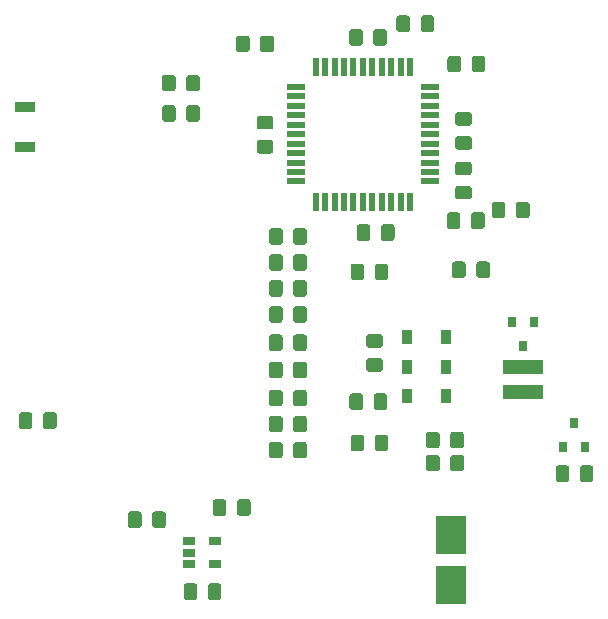
<source format=gbr>
G04 #@! TF.GenerationSoftware,KiCad,Pcbnew,(5.1.5-0-10_14)*
G04 #@! TF.CreationDate,2020-10-05T14:06:28+02:00*
G04 #@! TF.ProjectId,HB-RC-4-Dis-TH,48422d52-432d-4342-9d44-69732d54482e,rev?*
G04 #@! TF.SameCoordinates,Original*
G04 #@! TF.FileFunction,Paste,Bot*
G04 #@! TF.FilePolarity,Positive*
%FSLAX46Y46*%
G04 Gerber Fmt 4.6, Leading zero omitted, Abs format (unit mm)*
G04 Created by KiCad (PCBNEW (5.1.5-0-10_14)) date 2020-10-05 14:06:28*
%MOMM*%
%LPD*%
G04 APERTURE LIST*
%ADD10R,1.700000X0.900000*%
%ADD11C,0.100000*%
%ADD12R,1.060000X0.650000*%
%ADD13R,0.800000X0.900000*%
%ADD14R,2.500000X3.200000*%
%ADD15R,3.400000X1.300000*%
%ADD16R,0.900000X1.200000*%
%ADD17R,1.500000X0.550000*%
%ADD18R,0.550000X1.500000*%
G04 APERTURE END LIST*
D10*
X15940000Y-25290000D03*
X15940000Y-21890000D03*
D11*
G36*
X50854505Y-49371204D02*
G01*
X50878773Y-49374804D01*
X50902572Y-49380765D01*
X50925671Y-49389030D01*
X50947850Y-49399520D01*
X50968893Y-49412132D01*
X50988599Y-49426747D01*
X51006777Y-49443223D01*
X51023253Y-49461401D01*
X51037868Y-49481107D01*
X51050480Y-49502150D01*
X51060970Y-49524329D01*
X51069235Y-49547428D01*
X51075196Y-49571227D01*
X51078796Y-49595495D01*
X51080000Y-49619999D01*
X51080000Y-50520001D01*
X51078796Y-50544505D01*
X51075196Y-50568773D01*
X51069235Y-50592572D01*
X51060970Y-50615671D01*
X51050480Y-50637850D01*
X51037868Y-50658893D01*
X51023253Y-50678599D01*
X51006777Y-50696777D01*
X50988599Y-50713253D01*
X50968893Y-50727868D01*
X50947850Y-50740480D01*
X50925671Y-50750970D01*
X50902572Y-50759235D01*
X50878773Y-50765196D01*
X50854505Y-50768796D01*
X50830001Y-50770000D01*
X50179999Y-50770000D01*
X50155495Y-50768796D01*
X50131227Y-50765196D01*
X50107428Y-50759235D01*
X50084329Y-50750970D01*
X50062150Y-50740480D01*
X50041107Y-50727868D01*
X50021401Y-50713253D01*
X50003223Y-50696777D01*
X49986747Y-50678599D01*
X49972132Y-50658893D01*
X49959520Y-50637850D01*
X49949030Y-50615671D01*
X49940765Y-50592572D01*
X49934804Y-50568773D01*
X49931204Y-50544505D01*
X49930000Y-50520001D01*
X49930000Y-49619999D01*
X49931204Y-49595495D01*
X49934804Y-49571227D01*
X49940765Y-49547428D01*
X49949030Y-49524329D01*
X49959520Y-49502150D01*
X49972132Y-49481107D01*
X49986747Y-49461401D01*
X50003223Y-49443223D01*
X50021401Y-49426747D01*
X50041107Y-49412132D01*
X50062150Y-49399520D01*
X50084329Y-49389030D01*
X50107428Y-49380765D01*
X50131227Y-49374804D01*
X50155495Y-49371204D01*
X50179999Y-49370000D01*
X50830001Y-49370000D01*
X50854505Y-49371204D01*
G37*
G36*
X52904505Y-49371204D02*
G01*
X52928773Y-49374804D01*
X52952572Y-49380765D01*
X52975671Y-49389030D01*
X52997850Y-49399520D01*
X53018893Y-49412132D01*
X53038599Y-49426747D01*
X53056777Y-49443223D01*
X53073253Y-49461401D01*
X53087868Y-49481107D01*
X53100480Y-49502150D01*
X53110970Y-49524329D01*
X53119235Y-49547428D01*
X53125196Y-49571227D01*
X53128796Y-49595495D01*
X53130000Y-49619999D01*
X53130000Y-50520001D01*
X53128796Y-50544505D01*
X53125196Y-50568773D01*
X53119235Y-50592572D01*
X53110970Y-50615671D01*
X53100480Y-50637850D01*
X53087868Y-50658893D01*
X53073253Y-50678599D01*
X53056777Y-50696777D01*
X53038599Y-50713253D01*
X53018893Y-50727868D01*
X52997850Y-50740480D01*
X52975671Y-50750970D01*
X52952572Y-50759235D01*
X52928773Y-50765196D01*
X52904505Y-50768796D01*
X52880001Y-50770000D01*
X52229999Y-50770000D01*
X52205495Y-50768796D01*
X52181227Y-50765196D01*
X52157428Y-50759235D01*
X52134329Y-50750970D01*
X52112150Y-50740480D01*
X52091107Y-50727868D01*
X52071401Y-50713253D01*
X52053223Y-50696777D01*
X52036747Y-50678599D01*
X52022132Y-50658893D01*
X52009520Y-50637850D01*
X51999030Y-50615671D01*
X51990765Y-50592572D01*
X51984804Y-50568773D01*
X51981204Y-50544505D01*
X51980000Y-50520001D01*
X51980000Y-49619999D01*
X51981204Y-49595495D01*
X51984804Y-49571227D01*
X51990765Y-49547428D01*
X51999030Y-49524329D01*
X52009520Y-49502150D01*
X52022132Y-49481107D01*
X52036747Y-49461401D01*
X52053223Y-49443223D01*
X52071401Y-49426747D01*
X52091107Y-49412132D01*
X52112150Y-49399520D01*
X52134329Y-49389030D01*
X52157428Y-49380765D01*
X52181227Y-49374804D01*
X52205495Y-49371204D01*
X52229999Y-49370000D01*
X52880001Y-49370000D01*
X52904505Y-49371204D01*
G37*
G36*
X56424505Y-29901204D02*
G01*
X56448773Y-29904804D01*
X56472572Y-29910765D01*
X56495671Y-29919030D01*
X56517850Y-29929520D01*
X56538893Y-29942132D01*
X56558599Y-29956747D01*
X56576777Y-29973223D01*
X56593253Y-29991401D01*
X56607868Y-30011107D01*
X56620480Y-30032150D01*
X56630970Y-30054329D01*
X56639235Y-30077428D01*
X56645196Y-30101227D01*
X56648796Y-30125495D01*
X56650000Y-30149999D01*
X56650000Y-31050001D01*
X56648796Y-31074505D01*
X56645196Y-31098773D01*
X56639235Y-31122572D01*
X56630970Y-31145671D01*
X56620480Y-31167850D01*
X56607868Y-31188893D01*
X56593253Y-31208599D01*
X56576777Y-31226777D01*
X56558599Y-31243253D01*
X56538893Y-31257868D01*
X56517850Y-31270480D01*
X56495671Y-31280970D01*
X56472572Y-31289235D01*
X56448773Y-31295196D01*
X56424505Y-31298796D01*
X56400001Y-31300000D01*
X55749999Y-31300000D01*
X55725495Y-31298796D01*
X55701227Y-31295196D01*
X55677428Y-31289235D01*
X55654329Y-31280970D01*
X55632150Y-31270480D01*
X55611107Y-31257868D01*
X55591401Y-31243253D01*
X55573223Y-31226777D01*
X55556747Y-31208599D01*
X55542132Y-31188893D01*
X55529520Y-31167850D01*
X55519030Y-31145671D01*
X55510765Y-31122572D01*
X55504804Y-31098773D01*
X55501204Y-31074505D01*
X55500000Y-31050001D01*
X55500000Y-30149999D01*
X55501204Y-30125495D01*
X55504804Y-30101227D01*
X55510765Y-30077428D01*
X55519030Y-30054329D01*
X55529520Y-30032150D01*
X55542132Y-30011107D01*
X55556747Y-29991401D01*
X55573223Y-29973223D01*
X55591401Y-29956747D01*
X55611107Y-29942132D01*
X55632150Y-29929520D01*
X55654329Y-29919030D01*
X55677428Y-29910765D01*
X55701227Y-29904804D01*
X55725495Y-29901204D01*
X55749999Y-29900000D01*
X56400001Y-29900000D01*
X56424505Y-29901204D01*
G37*
G36*
X58474505Y-29901204D02*
G01*
X58498773Y-29904804D01*
X58522572Y-29910765D01*
X58545671Y-29919030D01*
X58567850Y-29929520D01*
X58588893Y-29942132D01*
X58608599Y-29956747D01*
X58626777Y-29973223D01*
X58643253Y-29991401D01*
X58657868Y-30011107D01*
X58670480Y-30032150D01*
X58680970Y-30054329D01*
X58689235Y-30077428D01*
X58695196Y-30101227D01*
X58698796Y-30125495D01*
X58700000Y-30149999D01*
X58700000Y-31050001D01*
X58698796Y-31074505D01*
X58695196Y-31098773D01*
X58689235Y-31122572D01*
X58680970Y-31145671D01*
X58670480Y-31167850D01*
X58657868Y-31188893D01*
X58643253Y-31208599D01*
X58626777Y-31226777D01*
X58608599Y-31243253D01*
X58588893Y-31257868D01*
X58567850Y-31270480D01*
X58545671Y-31280970D01*
X58522572Y-31289235D01*
X58498773Y-31295196D01*
X58474505Y-31298796D01*
X58450001Y-31300000D01*
X57799999Y-31300000D01*
X57775495Y-31298796D01*
X57751227Y-31295196D01*
X57727428Y-31289235D01*
X57704329Y-31280970D01*
X57682150Y-31270480D01*
X57661107Y-31257868D01*
X57641401Y-31243253D01*
X57623223Y-31226777D01*
X57606747Y-31208599D01*
X57592132Y-31188893D01*
X57579520Y-31167850D01*
X57569030Y-31145671D01*
X57560765Y-31122572D01*
X57554804Y-31098773D01*
X57551204Y-31074505D01*
X57550000Y-31050001D01*
X57550000Y-30149999D01*
X57551204Y-30125495D01*
X57554804Y-30101227D01*
X57560765Y-30077428D01*
X57569030Y-30054329D01*
X57579520Y-30032150D01*
X57592132Y-30011107D01*
X57606747Y-29991401D01*
X57623223Y-29973223D01*
X57641401Y-29956747D01*
X57661107Y-29942132D01*
X57682150Y-29929520D01*
X57704329Y-29919030D01*
X57727428Y-29910765D01*
X57751227Y-29904804D01*
X57775495Y-29901204D01*
X57799999Y-29900000D01*
X58450001Y-29900000D01*
X58474505Y-29901204D01*
G37*
D12*
X32049500Y-60554000D03*
X32049500Y-58654000D03*
X29849500Y-58654000D03*
X29849500Y-59604000D03*
X29849500Y-60554000D03*
D13*
X62440000Y-48654000D03*
X61490000Y-50654000D03*
X63390000Y-50654000D03*
D11*
G36*
X50404505Y-14131204D02*
G01*
X50428773Y-14134804D01*
X50452572Y-14140765D01*
X50475671Y-14149030D01*
X50497850Y-14159520D01*
X50518893Y-14172132D01*
X50538599Y-14186747D01*
X50556777Y-14203223D01*
X50573253Y-14221401D01*
X50587868Y-14241107D01*
X50600480Y-14262150D01*
X50610970Y-14284329D01*
X50619235Y-14307428D01*
X50625196Y-14331227D01*
X50628796Y-14355495D01*
X50630000Y-14379999D01*
X50630000Y-15280001D01*
X50628796Y-15304505D01*
X50625196Y-15328773D01*
X50619235Y-15352572D01*
X50610970Y-15375671D01*
X50600480Y-15397850D01*
X50587868Y-15418893D01*
X50573253Y-15438599D01*
X50556777Y-15456777D01*
X50538599Y-15473253D01*
X50518893Y-15487868D01*
X50497850Y-15500480D01*
X50475671Y-15510970D01*
X50452572Y-15519235D01*
X50428773Y-15525196D01*
X50404505Y-15528796D01*
X50380001Y-15530000D01*
X49729999Y-15530000D01*
X49705495Y-15528796D01*
X49681227Y-15525196D01*
X49657428Y-15519235D01*
X49634329Y-15510970D01*
X49612150Y-15500480D01*
X49591107Y-15487868D01*
X49571401Y-15473253D01*
X49553223Y-15456777D01*
X49536747Y-15438599D01*
X49522132Y-15418893D01*
X49509520Y-15397850D01*
X49499030Y-15375671D01*
X49490765Y-15352572D01*
X49484804Y-15328773D01*
X49481204Y-15304505D01*
X49480000Y-15280001D01*
X49480000Y-14379999D01*
X49481204Y-14355495D01*
X49484804Y-14331227D01*
X49490765Y-14307428D01*
X49499030Y-14284329D01*
X49509520Y-14262150D01*
X49522132Y-14241107D01*
X49536747Y-14221401D01*
X49553223Y-14203223D01*
X49571401Y-14186747D01*
X49591107Y-14172132D01*
X49612150Y-14159520D01*
X49634329Y-14149030D01*
X49657428Y-14140765D01*
X49681227Y-14134804D01*
X49705495Y-14131204D01*
X49729999Y-14130000D01*
X50380001Y-14130000D01*
X50404505Y-14131204D01*
G37*
G36*
X48354505Y-14131204D02*
G01*
X48378773Y-14134804D01*
X48402572Y-14140765D01*
X48425671Y-14149030D01*
X48447850Y-14159520D01*
X48468893Y-14172132D01*
X48488599Y-14186747D01*
X48506777Y-14203223D01*
X48523253Y-14221401D01*
X48537868Y-14241107D01*
X48550480Y-14262150D01*
X48560970Y-14284329D01*
X48569235Y-14307428D01*
X48575196Y-14331227D01*
X48578796Y-14355495D01*
X48580000Y-14379999D01*
X48580000Y-15280001D01*
X48578796Y-15304505D01*
X48575196Y-15328773D01*
X48569235Y-15352572D01*
X48560970Y-15375671D01*
X48550480Y-15397850D01*
X48537868Y-15418893D01*
X48523253Y-15438599D01*
X48506777Y-15456777D01*
X48488599Y-15473253D01*
X48468893Y-15487868D01*
X48447850Y-15500480D01*
X48425671Y-15510970D01*
X48402572Y-15519235D01*
X48378773Y-15525196D01*
X48354505Y-15528796D01*
X48330001Y-15530000D01*
X47679999Y-15530000D01*
X47655495Y-15528796D01*
X47631227Y-15525196D01*
X47607428Y-15519235D01*
X47584329Y-15510970D01*
X47562150Y-15500480D01*
X47541107Y-15487868D01*
X47521401Y-15473253D01*
X47503223Y-15456777D01*
X47486747Y-15438599D01*
X47472132Y-15418893D01*
X47459520Y-15397850D01*
X47449030Y-15375671D01*
X47440765Y-15352572D01*
X47434804Y-15328773D01*
X47431204Y-15304505D01*
X47430000Y-15280001D01*
X47430000Y-14379999D01*
X47431204Y-14355495D01*
X47434804Y-14331227D01*
X47440765Y-14307428D01*
X47449030Y-14284329D01*
X47459520Y-14262150D01*
X47472132Y-14241107D01*
X47486747Y-14221401D01*
X47503223Y-14203223D01*
X47521401Y-14186747D01*
X47541107Y-14172132D01*
X47562150Y-14159520D01*
X47584329Y-14149030D01*
X47607428Y-14140765D01*
X47631227Y-14134804D01*
X47655495Y-14131204D01*
X47679999Y-14130000D01*
X48330001Y-14130000D01*
X48354505Y-14131204D01*
G37*
G36*
X54724505Y-17541204D02*
G01*
X54748773Y-17544804D01*
X54772572Y-17550765D01*
X54795671Y-17559030D01*
X54817850Y-17569520D01*
X54838893Y-17582132D01*
X54858599Y-17596747D01*
X54876777Y-17613223D01*
X54893253Y-17631401D01*
X54907868Y-17651107D01*
X54920480Y-17672150D01*
X54930970Y-17694329D01*
X54939235Y-17717428D01*
X54945196Y-17741227D01*
X54948796Y-17765495D01*
X54950000Y-17789999D01*
X54950000Y-18690001D01*
X54948796Y-18714505D01*
X54945196Y-18738773D01*
X54939235Y-18762572D01*
X54930970Y-18785671D01*
X54920480Y-18807850D01*
X54907868Y-18828893D01*
X54893253Y-18848599D01*
X54876777Y-18866777D01*
X54858599Y-18883253D01*
X54838893Y-18897868D01*
X54817850Y-18910480D01*
X54795671Y-18920970D01*
X54772572Y-18929235D01*
X54748773Y-18935196D01*
X54724505Y-18938796D01*
X54700001Y-18940000D01*
X54049999Y-18940000D01*
X54025495Y-18938796D01*
X54001227Y-18935196D01*
X53977428Y-18929235D01*
X53954329Y-18920970D01*
X53932150Y-18910480D01*
X53911107Y-18897868D01*
X53891401Y-18883253D01*
X53873223Y-18866777D01*
X53856747Y-18848599D01*
X53842132Y-18828893D01*
X53829520Y-18807850D01*
X53819030Y-18785671D01*
X53810765Y-18762572D01*
X53804804Y-18738773D01*
X53801204Y-18714505D01*
X53800000Y-18690001D01*
X53800000Y-17789999D01*
X53801204Y-17765495D01*
X53804804Y-17741227D01*
X53810765Y-17717428D01*
X53819030Y-17694329D01*
X53829520Y-17672150D01*
X53842132Y-17651107D01*
X53856747Y-17631401D01*
X53873223Y-17613223D01*
X53891401Y-17596747D01*
X53911107Y-17582132D01*
X53932150Y-17569520D01*
X53954329Y-17559030D01*
X53977428Y-17550765D01*
X54001227Y-17544804D01*
X54025495Y-17541204D01*
X54049999Y-17540000D01*
X54700001Y-17540000D01*
X54724505Y-17541204D01*
G37*
G36*
X52674505Y-17541204D02*
G01*
X52698773Y-17544804D01*
X52722572Y-17550765D01*
X52745671Y-17559030D01*
X52767850Y-17569520D01*
X52788893Y-17582132D01*
X52808599Y-17596747D01*
X52826777Y-17613223D01*
X52843253Y-17631401D01*
X52857868Y-17651107D01*
X52870480Y-17672150D01*
X52880970Y-17694329D01*
X52889235Y-17717428D01*
X52895196Y-17741227D01*
X52898796Y-17765495D01*
X52900000Y-17789999D01*
X52900000Y-18690001D01*
X52898796Y-18714505D01*
X52895196Y-18738773D01*
X52889235Y-18762572D01*
X52880970Y-18785671D01*
X52870480Y-18807850D01*
X52857868Y-18828893D01*
X52843253Y-18848599D01*
X52826777Y-18866777D01*
X52808599Y-18883253D01*
X52788893Y-18897868D01*
X52767850Y-18910480D01*
X52745671Y-18920970D01*
X52722572Y-18929235D01*
X52698773Y-18935196D01*
X52674505Y-18938796D01*
X52650001Y-18940000D01*
X51999999Y-18940000D01*
X51975495Y-18938796D01*
X51951227Y-18935196D01*
X51927428Y-18929235D01*
X51904329Y-18920970D01*
X51882150Y-18910480D01*
X51861107Y-18897868D01*
X51841401Y-18883253D01*
X51823223Y-18866777D01*
X51806747Y-18848599D01*
X51792132Y-18828893D01*
X51779520Y-18807850D01*
X51769030Y-18785671D01*
X51760765Y-18762572D01*
X51754804Y-18738773D01*
X51751204Y-18714505D01*
X51750000Y-18690001D01*
X51750000Y-17789999D01*
X51751204Y-17765495D01*
X51754804Y-17741227D01*
X51760765Y-17717428D01*
X51769030Y-17694329D01*
X51779520Y-17672150D01*
X51792132Y-17651107D01*
X51806747Y-17631401D01*
X51823223Y-17613223D01*
X51841401Y-17596747D01*
X51861107Y-17582132D01*
X51882150Y-17569520D01*
X51904329Y-17559030D01*
X51927428Y-17550765D01*
X51951227Y-17544804D01*
X51975495Y-17541204D01*
X51999999Y-17540000D01*
X52650001Y-17540000D01*
X52674505Y-17541204D01*
G37*
G36*
X53574505Y-28561204D02*
G01*
X53598773Y-28564804D01*
X53622572Y-28570765D01*
X53645671Y-28579030D01*
X53667850Y-28589520D01*
X53688893Y-28602132D01*
X53708599Y-28616747D01*
X53726777Y-28633223D01*
X53743253Y-28651401D01*
X53757868Y-28671107D01*
X53770480Y-28692150D01*
X53780970Y-28714329D01*
X53789235Y-28737428D01*
X53795196Y-28761227D01*
X53798796Y-28785495D01*
X53800000Y-28809999D01*
X53800000Y-29460001D01*
X53798796Y-29484505D01*
X53795196Y-29508773D01*
X53789235Y-29532572D01*
X53780970Y-29555671D01*
X53770480Y-29577850D01*
X53757868Y-29598893D01*
X53743253Y-29618599D01*
X53726777Y-29636777D01*
X53708599Y-29653253D01*
X53688893Y-29667868D01*
X53667850Y-29680480D01*
X53645671Y-29690970D01*
X53622572Y-29699235D01*
X53598773Y-29705196D01*
X53574505Y-29708796D01*
X53550001Y-29710000D01*
X52649999Y-29710000D01*
X52625495Y-29708796D01*
X52601227Y-29705196D01*
X52577428Y-29699235D01*
X52554329Y-29690970D01*
X52532150Y-29680480D01*
X52511107Y-29667868D01*
X52491401Y-29653253D01*
X52473223Y-29636777D01*
X52456747Y-29618599D01*
X52442132Y-29598893D01*
X52429520Y-29577850D01*
X52419030Y-29555671D01*
X52410765Y-29532572D01*
X52404804Y-29508773D01*
X52401204Y-29484505D01*
X52400000Y-29460001D01*
X52400000Y-28809999D01*
X52401204Y-28785495D01*
X52404804Y-28761227D01*
X52410765Y-28737428D01*
X52419030Y-28714329D01*
X52429520Y-28692150D01*
X52442132Y-28671107D01*
X52456747Y-28651401D01*
X52473223Y-28633223D01*
X52491401Y-28616747D01*
X52511107Y-28602132D01*
X52532150Y-28589520D01*
X52554329Y-28579030D01*
X52577428Y-28570765D01*
X52601227Y-28564804D01*
X52625495Y-28561204D01*
X52649999Y-28560000D01*
X53550001Y-28560000D01*
X53574505Y-28561204D01*
G37*
G36*
X53574505Y-26511204D02*
G01*
X53598773Y-26514804D01*
X53622572Y-26520765D01*
X53645671Y-26529030D01*
X53667850Y-26539520D01*
X53688893Y-26552132D01*
X53708599Y-26566747D01*
X53726777Y-26583223D01*
X53743253Y-26601401D01*
X53757868Y-26621107D01*
X53770480Y-26642150D01*
X53780970Y-26664329D01*
X53789235Y-26687428D01*
X53795196Y-26711227D01*
X53798796Y-26735495D01*
X53800000Y-26759999D01*
X53800000Y-27410001D01*
X53798796Y-27434505D01*
X53795196Y-27458773D01*
X53789235Y-27482572D01*
X53780970Y-27505671D01*
X53770480Y-27527850D01*
X53757868Y-27548893D01*
X53743253Y-27568599D01*
X53726777Y-27586777D01*
X53708599Y-27603253D01*
X53688893Y-27617868D01*
X53667850Y-27630480D01*
X53645671Y-27640970D01*
X53622572Y-27649235D01*
X53598773Y-27655196D01*
X53574505Y-27658796D01*
X53550001Y-27660000D01*
X52649999Y-27660000D01*
X52625495Y-27658796D01*
X52601227Y-27655196D01*
X52577428Y-27649235D01*
X52554329Y-27640970D01*
X52532150Y-27630480D01*
X52511107Y-27617868D01*
X52491401Y-27603253D01*
X52473223Y-27586777D01*
X52456747Y-27568599D01*
X52442132Y-27548893D01*
X52429520Y-27527850D01*
X52419030Y-27505671D01*
X52410765Y-27482572D01*
X52404804Y-27458773D01*
X52401204Y-27434505D01*
X52400000Y-27410001D01*
X52400000Y-26759999D01*
X52401204Y-26735495D01*
X52404804Y-26711227D01*
X52410765Y-26687428D01*
X52419030Y-26664329D01*
X52429520Y-26642150D01*
X52442132Y-26621107D01*
X52456747Y-26601401D01*
X52473223Y-26583223D01*
X52491401Y-26566747D01*
X52511107Y-26552132D01*
X52532150Y-26539520D01*
X52554329Y-26529030D01*
X52577428Y-26520765D01*
X52601227Y-26514804D01*
X52625495Y-26511204D01*
X52649999Y-26510000D01*
X53550001Y-26510000D01*
X53574505Y-26511204D01*
G37*
G36*
X54674505Y-30801204D02*
G01*
X54698773Y-30804804D01*
X54722572Y-30810765D01*
X54745671Y-30819030D01*
X54767850Y-30829520D01*
X54788893Y-30842132D01*
X54808599Y-30856747D01*
X54826777Y-30873223D01*
X54843253Y-30891401D01*
X54857868Y-30911107D01*
X54870480Y-30932150D01*
X54880970Y-30954329D01*
X54889235Y-30977428D01*
X54895196Y-31001227D01*
X54898796Y-31025495D01*
X54900000Y-31049999D01*
X54900000Y-31950001D01*
X54898796Y-31974505D01*
X54895196Y-31998773D01*
X54889235Y-32022572D01*
X54880970Y-32045671D01*
X54870480Y-32067850D01*
X54857868Y-32088893D01*
X54843253Y-32108599D01*
X54826777Y-32126777D01*
X54808599Y-32143253D01*
X54788893Y-32157868D01*
X54767850Y-32170480D01*
X54745671Y-32180970D01*
X54722572Y-32189235D01*
X54698773Y-32195196D01*
X54674505Y-32198796D01*
X54650001Y-32200000D01*
X53999999Y-32200000D01*
X53975495Y-32198796D01*
X53951227Y-32195196D01*
X53927428Y-32189235D01*
X53904329Y-32180970D01*
X53882150Y-32170480D01*
X53861107Y-32157868D01*
X53841401Y-32143253D01*
X53823223Y-32126777D01*
X53806747Y-32108599D01*
X53792132Y-32088893D01*
X53779520Y-32067850D01*
X53769030Y-32045671D01*
X53760765Y-32022572D01*
X53754804Y-31998773D01*
X53751204Y-31974505D01*
X53750000Y-31950001D01*
X53750000Y-31049999D01*
X53751204Y-31025495D01*
X53754804Y-31001227D01*
X53760765Y-30977428D01*
X53769030Y-30954329D01*
X53779520Y-30932150D01*
X53792132Y-30911107D01*
X53806747Y-30891401D01*
X53823223Y-30873223D01*
X53841401Y-30856747D01*
X53861107Y-30842132D01*
X53882150Y-30829520D01*
X53904329Y-30819030D01*
X53927428Y-30810765D01*
X53951227Y-30804804D01*
X53975495Y-30801204D01*
X53999999Y-30800000D01*
X54650001Y-30800000D01*
X54674505Y-30801204D01*
G37*
G36*
X52624505Y-30801204D02*
G01*
X52648773Y-30804804D01*
X52672572Y-30810765D01*
X52695671Y-30819030D01*
X52717850Y-30829520D01*
X52738893Y-30842132D01*
X52758599Y-30856747D01*
X52776777Y-30873223D01*
X52793253Y-30891401D01*
X52807868Y-30911107D01*
X52820480Y-30932150D01*
X52830970Y-30954329D01*
X52839235Y-30977428D01*
X52845196Y-31001227D01*
X52848796Y-31025495D01*
X52850000Y-31049999D01*
X52850000Y-31950001D01*
X52848796Y-31974505D01*
X52845196Y-31998773D01*
X52839235Y-32022572D01*
X52830970Y-32045671D01*
X52820480Y-32067850D01*
X52807868Y-32088893D01*
X52793253Y-32108599D01*
X52776777Y-32126777D01*
X52758599Y-32143253D01*
X52738893Y-32157868D01*
X52717850Y-32170480D01*
X52695671Y-32180970D01*
X52672572Y-32189235D01*
X52648773Y-32195196D01*
X52624505Y-32198796D01*
X52600001Y-32200000D01*
X51949999Y-32200000D01*
X51925495Y-32198796D01*
X51901227Y-32195196D01*
X51877428Y-32189235D01*
X51854329Y-32180970D01*
X51832150Y-32170480D01*
X51811107Y-32157868D01*
X51791401Y-32143253D01*
X51773223Y-32126777D01*
X51756747Y-32108599D01*
X51742132Y-32088893D01*
X51729520Y-32067850D01*
X51719030Y-32045671D01*
X51710765Y-32022572D01*
X51704804Y-31998773D01*
X51701204Y-31974505D01*
X51700000Y-31950001D01*
X51700000Y-31049999D01*
X51701204Y-31025495D01*
X51704804Y-31001227D01*
X51710765Y-30977428D01*
X51719030Y-30954329D01*
X51729520Y-30932150D01*
X51742132Y-30911107D01*
X51756747Y-30891401D01*
X51773223Y-30873223D01*
X51791401Y-30856747D01*
X51811107Y-30842132D01*
X51832150Y-30829520D01*
X51854329Y-30819030D01*
X51877428Y-30810765D01*
X51901227Y-30804804D01*
X51925495Y-30801204D01*
X51949999Y-30800000D01*
X52600001Y-30800000D01*
X52624505Y-30801204D01*
G37*
G36*
X30337505Y-62207204D02*
G01*
X30361773Y-62210804D01*
X30385572Y-62216765D01*
X30408671Y-62225030D01*
X30430850Y-62235520D01*
X30451893Y-62248132D01*
X30471599Y-62262747D01*
X30489777Y-62279223D01*
X30506253Y-62297401D01*
X30520868Y-62317107D01*
X30533480Y-62338150D01*
X30543970Y-62360329D01*
X30552235Y-62383428D01*
X30558196Y-62407227D01*
X30561796Y-62431495D01*
X30563000Y-62455999D01*
X30563000Y-63356001D01*
X30561796Y-63380505D01*
X30558196Y-63404773D01*
X30552235Y-63428572D01*
X30543970Y-63451671D01*
X30533480Y-63473850D01*
X30520868Y-63494893D01*
X30506253Y-63514599D01*
X30489777Y-63532777D01*
X30471599Y-63549253D01*
X30451893Y-63563868D01*
X30430850Y-63576480D01*
X30408671Y-63586970D01*
X30385572Y-63595235D01*
X30361773Y-63601196D01*
X30337505Y-63604796D01*
X30313001Y-63606000D01*
X29662999Y-63606000D01*
X29638495Y-63604796D01*
X29614227Y-63601196D01*
X29590428Y-63595235D01*
X29567329Y-63586970D01*
X29545150Y-63576480D01*
X29524107Y-63563868D01*
X29504401Y-63549253D01*
X29486223Y-63532777D01*
X29469747Y-63514599D01*
X29455132Y-63494893D01*
X29442520Y-63473850D01*
X29432030Y-63451671D01*
X29423765Y-63428572D01*
X29417804Y-63404773D01*
X29414204Y-63380505D01*
X29413000Y-63356001D01*
X29413000Y-62455999D01*
X29414204Y-62431495D01*
X29417804Y-62407227D01*
X29423765Y-62383428D01*
X29432030Y-62360329D01*
X29442520Y-62338150D01*
X29455132Y-62317107D01*
X29469747Y-62297401D01*
X29486223Y-62279223D01*
X29504401Y-62262747D01*
X29524107Y-62248132D01*
X29545150Y-62235520D01*
X29567329Y-62225030D01*
X29590428Y-62216765D01*
X29614227Y-62210804D01*
X29638495Y-62207204D01*
X29662999Y-62206000D01*
X30313001Y-62206000D01*
X30337505Y-62207204D01*
G37*
G36*
X32387505Y-62207204D02*
G01*
X32411773Y-62210804D01*
X32435572Y-62216765D01*
X32458671Y-62225030D01*
X32480850Y-62235520D01*
X32501893Y-62248132D01*
X32521599Y-62262747D01*
X32539777Y-62279223D01*
X32556253Y-62297401D01*
X32570868Y-62317107D01*
X32583480Y-62338150D01*
X32593970Y-62360329D01*
X32602235Y-62383428D01*
X32608196Y-62407227D01*
X32611796Y-62431495D01*
X32613000Y-62455999D01*
X32613000Y-63356001D01*
X32611796Y-63380505D01*
X32608196Y-63404773D01*
X32602235Y-63428572D01*
X32593970Y-63451671D01*
X32583480Y-63473850D01*
X32570868Y-63494893D01*
X32556253Y-63514599D01*
X32539777Y-63532777D01*
X32521599Y-63549253D01*
X32501893Y-63563868D01*
X32480850Y-63576480D01*
X32458671Y-63586970D01*
X32435572Y-63595235D01*
X32411773Y-63601196D01*
X32387505Y-63604796D01*
X32363001Y-63606000D01*
X31712999Y-63606000D01*
X31688495Y-63604796D01*
X31664227Y-63601196D01*
X31640428Y-63595235D01*
X31617329Y-63586970D01*
X31595150Y-63576480D01*
X31574107Y-63563868D01*
X31554401Y-63549253D01*
X31536223Y-63532777D01*
X31519747Y-63514599D01*
X31505132Y-63494893D01*
X31492520Y-63473850D01*
X31482030Y-63451671D01*
X31473765Y-63428572D01*
X31467804Y-63404773D01*
X31464204Y-63380505D01*
X31463000Y-63356001D01*
X31463000Y-62455999D01*
X31464204Y-62431495D01*
X31467804Y-62407227D01*
X31473765Y-62383428D01*
X31482030Y-62360329D01*
X31492520Y-62338150D01*
X31505132Y-62317107D01*
X31519747Y-62297401D01*
X31536223Y-62279223D01*
X31554401Y-62262747D01*
X31574107Y-62248132D01*
X31595150Y-62235520D01*
X31617329Y-62225030D01*
X31640428Y-62216765D01*
X31664227Y-62210804D01*
X31688495Y-62207204D01*
X31712999Y-62206000D01*
X32363001Y-62206000D01*
X32387505Y-62207204D01*
G37*
G36*
X63884505Y-52221204D02*
G01*
X63908773Y-52224804D01*
X63932572Y-52230765D01*
X63955671Y-52239030D01*
X63977850Y-52249520D01*
X63998893Y-52262132D01*
X64018599Y-52276747D01*
X64036777Y-52293223D01*
X64053253Y-52311401D01*
X64067868Y-52331107D01*
X64080480Y-52352150D01*
X64090970Y-52374329D01*
X64099235Y-52397428D01*
X64105196Y-52421227D01*
X64108796Y-52445495D01*
X64110000Y-52469999D01*
X64110000Y-53370001D01*
X64108796Y-53394505D01*
X64105196Y-53418773D01*
X64099235Y-53442572D01*
X64090970Y-53465671D01*
X64080480Y-53487850D01*
X64067868Y-53508893D01*
X64053253Y-53528599D01*
X64036777Y-53546777D01*
X64018599Y-53563253D01*
X63998893Y-53577868D01*
X63977850Y-53590480D01*
X63955671Y-53600970D01*
X63932572Y-53609235D01*
X63908773Y-53615196D01*
X63884505Y-53618796D01*
X63860001Y-53620000D01*
X63209999Y-53620000D01*
X63185495Y-53618796D01*
X63161227Y-53615196D01*
X63137428Y-53609235D01*
X63114329Y-53600970D01*
X63092150Y-53590480D01*
X63071107Y-53577868D01*
X63051401Y-53563253D01*
X63033223Y-53546777D01*
X63016747Y-53528599D01*
X63002132Y-53508893D01*
X62989520Y-53487850D01*
X62979030Y-53465671D01*
X62970765Y-53442572D01*
X62964804Y-53418773D01*
X62961204Y-53394505D01*
X62960000Y-53370001D01*
X62960000Y-52469999D01*
X62961204Y-52445495D01*
X62964804Y-52421227D01*
X62970765Y-52397428D01*
X62979030Y-52374329D01*
X62989520Y-52352150D01*
X63002132Y-52331107D01*
X63016747Y-52311401D01*
X63033223Y-52293223D01*
X63051401Y-52276747D01*
X63071107Y-52262132D01*
X63092150Y-52249520D01*
X63114329Y-52239030D01*
X63137428Y-52230765D01*
X63161227Y-52224804D01*
X63185495Y-52221204D01*
X63209999Y-52220000D01*
X63860001Y-52220000D01*
X63884505Y-52221204D01*
G37*
G36*
X61834505Y-52221204D02*
G01*
X61858773Y-52224804D01*
X61882572Y-52230765D01*
X61905671Y-52239030D01*
X61927850Y-52249520D01*
X61948893Y-52262132D01*
X61968599Y-52276747D01*
X61986777Y-52293223D01*
X62003253Y-52311401D01*
X62017868Y-52331107D01*
X62030480Y-52352150D01*
X62040970Y-52374329D01*
X62049235Y-52397428D01*
X62055196Y-52421227D01*
X62058796Y-52445495D01*
X62060000Y-52469999D01*
X62060000Y-53370001D01*
X62058796Y-53394505D01*
X62055196Y-53418773D01*
X62049235Y-53442572D01*
X62040970Y-53465671D01*
X62030480Y-53487850D01*
X62017868Y-53508893D01*
X62003253Y-53528599D01*
X61986777Y-53546777D01*
X61968599Y-53563253D01*
X61948893Y-53577868D01*
X61927850Y-53590480D01*
X61905671Y-53600970D01*
X61882572Y-53609235D01*
X61858773Y-53615196D01*
X61834505Y-53618796D01*
X61810001Y-53620000D01*
X61159999Y-53620000D01*
X61135495Y-53618796D01*
X61111227Y-53615196D01*
X61087428Y-53609235D01*
X61064329Y-53600970D01*
X61042150Y-53590480D01*
X61021107Y-53577868D01*
X61001401Y-53563253D01*
X60983223Y-53546777D01*
X60966747Y-53528599D01*
X60952132Y-53508893D01*
X60939520Y-53487850D01*
X60929030Y-53465671D01*
X60920765Y-53442572D01*
X60914804Y-53418773D01*
X60911204Y-53394505D01*
X60910000Y-53370001D01*
X60910000Y-52469999D01*
X60911204Y-52445495D01*
X60914804Y-52421227D01*
X60920765Y-52397428D01*
X60929030Y-52374329D01*
X60939520Y-52352150D01*
X60952132Y-52331107D01*
X60966747Y-52311401D01*
X60983223Y-52293223D01*
X61001401Y-52276747D01*
X61021107Y-52262132D01*
X61042150Y-52249520D01*
X61064329Y-52239030D01*
X61087428Y-52230765D01*
X61111227Y-52224804D01*
X61135495Y-52221204D01*
X61159999Y-52220000D01*
X61810001Y-52220000D01*
X61834505Y-52221204D01*
G37*
G36*
X27678505Y-56121204D02*
G01*
X27702773Y-56124804D01*
X27726572Y-56130765D01*
X27749671Y-56139030D01*
X27771850Y-56149520D01*
X27792893Y-56162132D01*
X27812599Y-56176747D01*
X27830777Y-56193223D01*
X27847253Y-56211401D01*
X27861868Y-56231107D01*
X27874480Y-56252150D01*
X27884970Y-56274329D01*
X27893235Y-56297428D01*
X27899196Y-56321227D01*
X27902796Y-56345495D01*
X27904000Y-56369999D01*
X27904000Y-57270001D01*
X27902796Y-57294505D01*
X27899196Y-57318773D01*
X27893235Y-57342572D01*
X27884970Y-57365671D01*
X27874480Y-57387850D01*
X27861868Y-57408893D01*
X27847253Y-57428599D01*
X27830777Y-57446777D01*
X27812599Y-57463253D01*
X27792893Y-57477868D01*
X27771850Y-57490480D01*
X27749671Y-57500970D01*
X27726572Y-57509235D01*
X27702773Y-57515196D01*
X27678505Y-57518796D01*
X27654001Y-57520000D01*
X27003999Y-57520000D01*
X26979495Y-57518796D01*
X26955227Y-57515196D01*
X26931428Y-57509235D01*
X26908329Y-57500970D01*
X26886150Y-57490480D01*
X26865107Y-57477868D01*
X26845401Y-57463253D01*
X26827223Y-57446777D01*
X26810747Y-57428599D01*
X26796132Y-57408893D01*
X26783520Y-57387850D01*
X26773030Y-57365671D01*
X26764765Y-57342572D01*
X26758804Y-57318773D01*
X26755204Y-57294505D01*
X26754000Y-57270001D01*
X26754000Y-56369999D01*
X26755204Y-56345495D01*
X26758804Y-56321227D01*
X26764765Y-56297428D01*
X26773030Y-56274329D01*
X26783520Y-56252150D01*
X26796132Y-56231107D01*
X26810747Y-56211401D01*
X26827223Y-56193223D01*
X26845401Y-56176747D01*
X26865107Y-56162132D01*
X26886150Y-56149520D01*
X26908329Y-56139030D01*
X26931428Y-56130765D01*
X26955227Y-56124804D01*
X26979495Y-56121204D01*
X27003999Y-56120000D01*
X27654001Y-56120000D01*
X27678505Y-56121204D01*
G37*
G36*
X25628505Y-56121204D02*
G01*
X25652773Y-56124804D01*
X25676572Y-56130765D01*
X25699671Y-56139030D01*
X25721850Y-56149520D01*
X25742893Y-56162132D01*
X25762599Y-56176747D01*
X25780777Y-56193223D01*
X25797253Y-56211401D01*
X25811868Y-56231107D01*
X25824480Y-56252150D01*
X25834970Y-56274329D01*
X25843235Y-56297428D01*
X25849196Y-56321227D01*
X25852796Y-56345495D01*
X25854000Y-56369999D01*
X25854000Y-57270001D01*
X25852796Y-57294505D01*
X25849196Y-57318773D01*
X25843235Y-57342572D01*
X25834970Y-57365671D01*
X25824480Y-57387850D01*
X25811868Y-57408893D01*
X25797253Y-57428599D01*
X25780777Y-57446777D01*
X25762599Y-57463253D01*
X25742893Y-57477868D01*
X25721850Y-57490480D01*
X25699671Y-57500970D01*
X25676572Y-57509235D01*
X25652773Y-57515196D01*
X25628505Y-57518796D01*
X25604001Y-57520000D01*
X24953999Y-57520000D01*
X24929495Y-57518796D01*
X24905227Y-57515196D01*
X24881428Y-57509235D01*
X24858329Y-57500970D01*
X24836150Y-57490480D01*
X24815107Y-57477868D01*
X24795401Y-57463253D01*
X24777223Y-57446777D01*
X24760747Y-57428599D01*
X24746132Y-57408893D01*
X24733520Y-57387850D01*
X24723030Y-57365671D01*
X24714765Y-57342572D01*
X24708804Y-57318773D01*
X24705204Y-57294505D01*
X24704000Y-57270001D01*
X24704000Y-56369999D01*
X24705204Y-56345495D01*
X24708804Y-56321227D01*
X24714765Y-56297428D01*
X24723030Y-56274329D01*
X24733520Y-56252150D01*
X24746132Y-56231107D01*
X24760747Y-56211401D01*
X24777223Y-56193223D01*
X24795401Y-56176747D01*
X24815107Y-56162132D01*
X24836150Y-56149520D01*
X24858329Y-56139030D01*
X24881428Y-56130765D01*
X24905227Y-56124804D01*
X24929495Y-56121204D01*
X24953999Y-56120000D01*
X25604001Y-56120000D01*
X25628505Y-56121204D01*
G37*
G36*
X47039505Y-31806204D02*
G01*
X47063773Y-31809804D01*
X47087572Y-31815765D01*
X47110671Y-31824030D01*
X47132850Y-31834520D01*
X47153893Y-31847132D01*
X47173599Y-31861747D01*
X47191777Y-31878223D01*
X47208253Y-31896401D01*
X47222868Y-31916107D01*
X47235480Y-31937150D01*
X47245970Y-31959329D01*
X47254235Y-31982428D01*
X47260196Y-32006227D01*
X47263796Y-32030495D01*
X47265000Y-32054999D01*
X47265000Y-32955001D01*
X47263796Y-32979505D01*
X47260196Y-33003773D01*
X47254235Y-33027572D01*
X47245970Y-33050671D01*
X47235480Y-33072850D01*
X47222868Y-33093893D01*
X47208253Y-33113599D01*
X47191777Y-33131777D01*
X47173599Y-33148253D01*
X47153893Y-33162868D01*
X47132850Y-33175480D01*
X47110671Y-33185970D01*
X47087572Y-33194235D01*
X47063773Y-33200196D01*
X47039505Y-33203796D01*
X47015001Y-33205000D01*
X46364999Y-33205000D01*
X46340495Y-33203796D01*
X46316227Y-33200196D01*
X46292428Y-33194235D01*
X46269329Y-33185970D01*
X46247150Y-33175480D01*
X46226107Y-33162868D01*
X46206401Y-33148253D01*
X46188223Y-33131777D01*
X46171747Y-33113599D01*
X46157132Y-33093893D01*
X46144520Y-33072850D01*
X46134030Y-33050671D01*
X46125765Y-33027572D01*
X46119804Y-33003773D01*
X46116204Y-32979505D01*
X46115000Y-32955001D01*
X46115000Y-32054999D01*
X46116204Y-32030495D01*
X46119804Y-32006227D01*
X46125765Y-31982428D01*
X46134030Y-31959329D01*
X46144520Y-31937150D01*
X46157132Y-31916107D01*
X46171747Y-31896401D01*
X46188223Y-31878223D01*
X46206401Y-31861747D01*
X46226107Y-31847132D01*
X46247150Y-31834520D01*
X46269329Y-31824030D01*
X46292428Y-31815765D01*
X46316227Y-31809804D01*
X46340495Y-31806204D01*
X46364999Y-31805000D01*
X47015001Y-31805000D01*
X47039505Y-31806204D01*
G37*
G36*
X44989505Y-31806204D02*
G01*
X45013773Y-31809804D01*
X45037572Y-31815765D01*
X45060671Y-31824030D01*
X45082850Y-31834520D01*
X45103893Y-31847132D01*
X45123599Y-31861747D01*
X45141777Y-31878223D01*
X45158253Y-31896401D01*
X45172868Y-31916107D01*
X45185480Y-31937150D01*
X45195970Y-31959329D01*
X45204235Y-31982428D01*
X45210196Y-32006227D01*
X45213796Y-32030495D01*
X45215000Y-32054999D01*
X45215000Y-32955001D01*
X45213796Y-32979505D01*
X45210196Y-33003773D01*
X45204235Y-33027572D01*
X45195970Y-33050671D01*
X45185480Y-33072850D01*
X45172868Y-33093893D01*
X45158253Y-33113599D01*
X45141777Y-33131777D01*
X45123599Y-33148253D01*
X45103893Y-33162868D01*
X45082850Y-33175480D01*
X45060671Y-33185970D01*
X45037572Y-33194235D01*
X45013773Y-33200196D01*
X44989505Y-33203796D01*
X44965001Y-33205000D01*
X44314999Y-33205000D01*
X44290495Y-33203796D01*
X44266227Y-33200196D01*
X44242428Y-33194235D01*
X44219329Y-33185970D01*
X44197150Y-33175480D01*
X44176107Y-33162868D01*
X44156401Y-33148253D01*
X44138223Y-33131777D01*
X44121747Y-33113599D01*
X44107132Y-33093893D01*
X44094520Y-33072850D01*
X44084030Y-33050671D01*
X44075765Y-33027572D01*
X44069804Y-33003773D01*
X44066204Y-32979505D01*
X44065000Y-32955001D01*
X44065000Y-32054999D01*
X44066204Y-32030495D01*
X44069804Y-32006227D01*
X44075765Y-31982428D01*
X44084030Y-31959329D01*
X44094520Y-31937150D01*
X44107132Y-31916107D01*
X44121747Y-31896401D01*
X44138223Y-31878223D01*
X44156401Y-31861747D01*
X44176107Y-31847132D01*
X44197150Y-31834520D01*
X44219329Y-31824030D01*
X44242428Y-31815765D01*
X44266227Y-31809804D01*
X44290495Y-31806204D01*
X44314999Y-31805000D01*
X44965001Y-31805000D01*
X44989505Y-31806204D01*
G37*
G36*
X53589505Y-24356204D02*
G01*
X53613773Y-24359804D01*
X53637572Y-24365765D01*
X53660671Y-24374030D01*
X53682850Y-24384520D01*
X53703893Y-24397132D01*
X53723599Y-24411747D01*
X53741777Y-24428223D01*
X53758253Y-24446401D01*
X53772868Y-24466107D01*
X53785480Y-24487150D01*
X53795970Y-24509329D01*
X53804235Y-24532428D01*
X53810196Y-24556227D01*
X53813796Y-24580495D01*
X53815000Y-24604999D01*
X53815000Y-25255001D01*
X53813796Y-25279505D01*
X53810196Y-25303773D01*
X53804235Y-25327572D01*
X53795970Y-25350671D01*
X53785480Y-25372850D01*
X53772868Y-25393893D01*
X53758253Y-25413599D01*
X53741777Y-25431777D01*
X53723599Y-25448253D01*
X53703893Y-25462868D01*
X53682850Y-25475480D01*
X53660671Y-25485970D01*
X53637572Y-25494235D01*
X53613773Y-25500196D01*
X53589505Y-25503796D01*
X53565001Y-25505000D01*
X52664999Y-25505000D01*
X52640495Y-25503796D01*
X52616227Y-25500196D01*
X52592428Y-25494235D01*
X52569329Y-25485970D01*
X52547150Y-25475480D01*
X52526107Y-25462868D01*
X52506401Y-25448253D01*
X52488223Y-25431777D01*
X52471747Y-25413599D01*
X52457132Y-25393893D01*
X52444520Y-25372850D01*
X52434030Y-25350671D01*
X52425765Y-25327572D01*
X52419804Y-25303773D01*
X52416204Y-25279505D01*
X52415000Y-25255001D01*
X52415000Y-24604999D01*
X52416204Y-24580495D01*
X52419804Y-24556227D01*
X52425765Y-24532428D01*
X52434030Y-24509329D01*
X52444520Y-24487150D01*
X52457132Y-24466107D01*
X52471747Y-24446401D01*
X52488223Y-24428223D01*
X52506401Y-24411747D01*
X52526107Y-24397132D01*
X52547150Y-24384520D01*
X52569329Y-24374030D01*
X52592428Y-24365765D01*
X52616227Y-24359804D01*
X52640495Y-24356204D01*
X52664999Y-24355000D01*
X53565001Y-24355000D01*
X53589505Y-24356204D01*
G37*
G36*
X53589505Y-22306204D02*
G01*
X53613773Y-22309804D01*
X53637572Y-22315765D01*
X53660671Y-22324030D01*
X53682850Y-22334520D01*
X53703893Y-22347132D01*
X53723599Y-22361747D01*
X53741777Y-22378223D01*
X53758253Y-22396401D01*
X53772868Y-22416107D01*
X53785480Y-22437150D01*
X53795970Y-22459329D01*
X53804235Y-22482428D01*
X53810196Y-22506227D01*
X53813796Y-22530495D01*
X53815000Y-22554999D01*
X53815000Y-23205001D01*
X53813796Y-23229505D01*
X53810196Y-23253773D01*
X53804235Y-23277572D01*
X53795970Y-23300671D01*
X53785480Y-23322850D01*
X53772868Y-23343893D01*
X53758253Y-23363599D01*
X53741777Y-23381777D01*
X53723599Y-23398253D01*
X53703893Y-23412868D01*
X53682850Y-23425480D01*
X53660671Y-23435970D01*
X53637572Y-23444235D01*
X53613773Y-23450196D01*
X53589505Y-23453796D01*
X53565001Y-23455000D01*
X52664999Y-23455000D01*
X52640495Y-23453796D01*
X52616227Y-23450196D01*
X52592428Y-23444235D01*
X52569329Y-23435970D01*
X52547150Y-23425480D01*
X52526107Y-23412868D01*
X52506401Y-23398253D01*
X52488223Y-23381777D01*
X52471747Y-23363599D01*
X52457132Y-23343893D01*
X52444520Y-23322850D01*
X52434030Y-23300671D01*
X52425765Y-23277572D01*
X52419804Y-23253773D01*
X52416204Y-23229505D01*
X52415000Y-23205001D01*
X52415000Y-22554999D01*
X52416204Y-22530495D01*
X52419804Y-22506227D01*
X52425765Y-22482428D01*
X52434030Y-22459329D01*
X52444520Y-22437150D01*
X52457132Y-22416107D01*
X52471747Y-22396401D01*
X52488223Y-22378223D01*
X52506401Y-22361747D01*
X52526107Y-22347132D01*
X52547150Y-22334520D01*
X52569329Y-22324030D01*
X52592428Y-22315765D01*
X52616227Y-22309804D01*
X52640495Y-22306204D01*
X52664999Y-22305000D01*
X53565001Y-22305000D01*
X53589505Y-22306204D01*
G37*
G36*
X44339505Y-15281204D02*
G01*
X44363773Y-15284804D01*
X44387572Y-15290765D01*
X44410671Y-15299030D01*
X44432850Y-15309520D01*
X44453893Y-15322132D01*
X44473599Y-15336747D01*
X44491777Y-15353223D01*
X44508253Y-15371401D01*
X44522868Y-15391107D01*
X44535480Y-15412150D01*
X44545970Y-15434329D01*
X44554235Y-15457428D01*
X44560196Y-15481227D01*
X44563796Y-15505495D01*
X44565000Y-15529999D01*
X44565000Y-16430001D01*
X44563796Y-16454505D01*
X44560196Y-16478773D01*
X44554235Y-16502572D01*
X44545970Y-16525671D01*
X44535480Y-16547850D01*
X44522868Y-16568893D01*
X44508253Y-16588599D01*
X44491777Y-16606777D01*
X44473599Y-16623253D01*
X44453893Y-16637868D01*
X44432850Y-16650480D01*
X44410671Y-16660970D01*
X44387572Y-16669235D01*
X44363773Y-16675196D01*
X44339505Y-16678796D01*
X44315001Y-16680000D01*
X43664999Y-16680000D01*
X43640495Y-16678796D01*
X43616227Y-16675196D01*
X43592428Y-16669235D01*
X43569329Y-16660970D01*
X43547150Y-16650480D01*
X43526107Y-16637868D01*
X43506401Y-16623253D01*
X43488223Y-16606777D01*
X43471747Y-16588599D01*
X43457132Y-16568893D01*
X43444520Y-16547850D01*
X43434030Y-16525671D01*
X43425765Y-16502572D01*
X43419804Y-16478773D01*
X43416204Y-16454505D01*
X43415000Y-16430001D01*
X43415000Y-15529999D01*
X43416204Y-15505495D01*
X43419804Y-15481227D01*
X43425765Y-15457428D01*
X43434030Y-15434329D01*
X43444520Y-15412150D01*
X43457132Y-15391107D01*
X43471747Y-15371401D01*
X43488223Y-15353223D01*
X43506401Y-15336747D01*
X43526107Y-15322132D01*
X43547150Y-15309520D01*
X43569329Y-15299030D01*
X43592428Y-15290765D01*
X43616227Y-15284804D01*
X43640495Y-15281204D01*
X43664999Y-15280000D01*
X44315001Y-15280000D01*
X44339505Y-15281204D01*
G37*
G36*
X46389505Y-15281204D02*
G01*
X46413773Y-15284804D01*
X46437572Y-15290765D01*
X46460671Y-15299030D01*
X46482850Y-15309520D01*
X46503893Y-15322132D01*
X46523599Y-15336747D01*
X46541777Y-15353223D01*
X46558253Y-15371401D01*
X46572868Y-15391107D01*
X46585480Y-15412150D01*
X46595970Y-15434329D01*
X46604235Y-15457428D01*
X46610196Y-15481227D01*
X46613796Y-15505495D01*
X46615000Y-15529999D01*
X46615000Y-16430001D01*
X46613796Y-16454505D01*
X46610196Y-16478773D01*
X46604235Y-16502572D01*
X46595970Y-16525671D01*
X46585480Y-16547850D01*
X46572868Y-16568893D01*
X46558253Y-16588599D01*
X46541777Y-16606777D01*
X46523599Y-16623253D01*
X46503893Y-16637868D01*
X46482850Y-16650480D01*
X46460671Y-16660970D01*
X46437572Y-16669235D01*
X46413773Y-16675196D01*
X46389505Y-16678796D01*
X46365001Y-16680000D01*
X45714999Y-16680000D01*
X45690495Y-16678796D01*
X45666227Y-16675196D01*
X45642428Y-16669235D01*
X45619329Y-16660970D01*
X45597150Y-16650480D01*
X45576107Y-16637868D01*
X45556401Y-16623253D01*
X45538223Y-16606777D01*
X45521747Y-16588599D01*
X45507132Y-16568893D01*
X45494520Y-16547850D01*
X45484030Y-16525671D01*
X45475765Y-16502572D01*
X45469804Y-16478773D01*
X45466204Y-16454505D01*
X45465000Y-16430001D01*
X45465000Y-15529999D01*
X45466204Y-15505495D01*
X45469804Y-15481227D01*
X45475765Y-15457428D01*
X45484030Y-15434329D01*
X45494520Y-15412150D01*
X45507132Y-15391107D01*
X45521747Y-15371401D01*
X45538223Y-15353223D01*
X45556401Y-15336747D01*
X45576107Y-15322132D01*
X45597150Y-15309520D01*
X45619329Y-15299030D01*
X45642428Y-15290765D01*
X45666227Y-15284804D01*
X45690495Y-15281204D01*
X45714999Y-15280000D01*
X46365001Y-15280000D01*
X46389505Y-15281204D01*
G37*
D14*
X52065000Y-58080000D03*
X52065000Y-62380000D03*
D11*
G36*
X36774505Y-22631204D02*
G01*
X36798773Y-22634804D01*
X36822572Y-22640765D01*
X36845671Y-22649030D01*
X36867850Y-22659520D01*
X36888893Y-22672132D01*
X36908599Y-22686747D01*
X36926777Y-22703223D01*
X36943253Y-22721401D01*
X36957868Y-22741107D01*
X36970480Y-22762150D01*
X36980970Y-22784329D01*
X36989235Y-22807428D01*
X36995196Y-22831227D01*
X36998796Y-22855495D01*
X37000000Y-22879999D01*
X37000000Y-23530001D01*
X36998796Y-23554505D01*
X36995196Y-23578773D01*
X36989235Y-23602572D01*
X36980970Y-23625671D01*
X36970480Y-23647850D01*
X36957868Y-23668893D01*
X36943253Y-23688599D01*
X36926777Y-23706777D01*
X36908599Y-23723253D01*
X36888893Y-23737868D01*
X36867850Y-23750480D01*
X36845671Y-23760970D01*
X36822572Y-23769235D01*
X36798773Y-23775196D01*
X36774505Y-23778796D01*
X36750001Y-23780000D01*
X35849999Y-23780000D01*
X35825495Y-23778796D01*
X35801227Y-23775196D01*
X35777428Y-23769235D01*
X35754329Y-23760970D01*
X35732150Y-23750480D01*
X35711107Y-23737868D01*
X35691401Y-23723253D01*
X35673223Y-23706777D01*
X35656747Y-23688599D01*
X35642132Y-23668893D01*
X35629520Y-23647850D01*
X35619030Y-23625671D01*
X35610765Y-23602572D01*
X35604804Y-23578773D01*
X35601204Y-23554505D01*
X35600000Y-23530001D01*
X35600000Y-22879999D01*
X35601204Y-22855495D01*
X35604804Y-22831227D01*
X35610765Y-22807428D01*
X35619030Y-22784329D01*
X35629520Y-22762150D01*
X35642132Y-22741107D01*
X35656747Y-22721401D01*
X35673223Y-22703223D01*
X35691401Y-22686747D01*
X35711107Y-22672132D01*
X35732150Y-22659520D01*
X35754329Y-22649030D01*
X35777428Y-22640765D01*
X35801227Y-22634804D01*
X35825495Y-22631204D01*
X35849999Y-22630000D01*
X36750001Y-22630000D01*
X36774505Y-22631204D01*
G37*
G36*
X36774505Y-24681204D02*
G01*
X36798773Y-24684804D01*
X36822572Y-24690765D01*
X36845671Y-24699030D01*
X36867850Y-24709520D01*
X36888893Y-24722132D01*
X36908599Y-24736747D01*
X36926777Y-24753223D01*
X36943253Y-24771401D01*
X36957868Y-24791107D01*
X36970480Y-24812150D01*
X36980970Y-24834329D01*
X36989235Y-24857428D01*
X36995196Y-24881227D01*
X36998796Y-24905495D01*
X37000000Y-24929999D01*
X37000000Y-25580001D01*
X36998796Y-25604505D01*
X36995196Y-25628773D01*
X36989235Y-25652572D01*
X36980970Y-25675671D01*
X36970480Y-25697850D01*
X36957868Y-25718893D01*
X36943253Y-25738599D01*
X36926777Y-25756777D01*
X36908599Y-25773253D01*
X36888893Y-25787868D01*
X36867850Y-25800480D01*
X36845671Y-25810970D01*
X36822572Y-25819235D01*
X36798773Y-25825196D01*
X36774505Y-25828796D01*
X36750001Y-25830000D01*
X35849999Y-25830000D01*
X35825495Y-25828796D01*
X35801227Y-25825196D01*
X35777428Y-25819235D01*
X35754329Y-25810970D01*
X35732150Y-25800480D01*
X35711107Y-25787868D01*
X35691401Y-25773253D01*
X35673223Y-25756777D01*
X35656747Y-25738599D01*
X35642132Y-25718893D01*
X35629520Y-25697850D01*
X35619030Y-25675671D01*
X35610765Y-25652572D01*
X35604804Y-25628773D01*
X35601204Y-25604505D01*
X35600000Y-25580001D01*
X35600000Y-24929999D01*
X35601204Y-24905495D01*
X35604804Y-24881227D01*
X35610765Y-24857428D01*
X35619030Y-24834329D01*
X35629520Y-24812150D01*
X35642132Y-24791107D01*
X35656747Y-24771401D01*
X35673223Y-24753223D01*
X35691401Y-24736747D01*
X35711107Y-24722132D01*
X35732150Y-24709520D01*
X35754329Y-24699030D01*
X35777428Y-24690765D01*
X35801227Y-24684804D01*
X35825495Y-24681204D01*
X35849999Y-24680000D01*
X36750001Y-24680000D01*
X36774505Y-24681204D01*
G37*
G36*
X50864505Y-51331204D02*
G01*
X50888773Y-51334804D01*
X50912572Y-51340765D01*
X50935671Y-51349030D01*
X50957850Y-51359520D01*
X50978893Y-51372132D01*
X50998599Y-51386747D01*
X51016777Y-51403223D01*
X51033253Y-51421401D01*
X51047868Y-51441107D01*
X51060480Y-51462150D01*
X51070970Y-51484329D01*
X51079235Y-51507428D01*
X51085196Y-51531227D01*
X51088796Y-51555495D01*
X51090000Y-51579999D01*
X51090000Y-52480001D01*
X51088796Y-52504505D01*
X51085196Y-52528773D01*
X51079235Y-52552572D01*
X51070970Y-52575671D01*
X51060480Y-52597850D01*
X51047868Y-52618893D01*
X51033253Y-52638599D01*
X51016777Y-52656777D01*
X50998599Y-52673253D01*
X50978893Y-52687868D01*
X50957850Y-52700480D01*
X50935671Y-52710970D01*
X50912572Y-52719235D01*
X50888773Y-52725196D01*
X50864505Y-52728796D01*
X50840001Y-52730000D01*
X50189999Y-52730000D01*
X50165495Y-52728796D01*
X50141227Y-52725196D01*
X50117428Y-52719235D01*
X50094329Y-52710970D01*
X50072150Y-52700480D01*
X50051107Y-52687868D01*
X50031401Y-52673253D01*
X50013223Y-52656777D01*
X49996747Y-52638599D01*
X49982132Y-52618893D01*
X49969520Y-52597850D01*
X49959030Y-52575671D01*
X49950765Y-52552572D01*
X49944804Y-52528773D01*
X49941204Y-52504505D01*
X49940000Y-52480001D01*
X49940000Y-51579999D01*
X49941204Y-51555495D01*
X49944804Y-51531227D01*
X49950765Y-51507428D01*
X49959030Y-51484329D01*
X49969520Y-51462150D01*
X49982132Y-51441107D01*
X49996747Y-51421401D01*
X50013223Y-51403223D01*
X50031401Y-51386747D01*
X50051107Y-51372132D01*
X50072150Y-51359520D01*
X50094329Y-51349030D01*
X50117428Y-51340765D01*
X50141227Y-51334804D01*
X50165495Y-51331204D01*
X50189999Y-51330000D01*
X50840001Y-51330000D01*
X50864505Y-51331204D01*
G37*
G36*
X52914505Y-51331204D02*
G01*
X52938773Y-51334804D01*
X52962572Y-51340765D01*
X52985671Y-51349030D01*
X53007850Y-51359520D01*
X53028893Y-51372132D01*
X53048599Y-51386747D01*
X53066777Y-51403223D01*
X53083253Y-51421401D01*
X53097868Y-51441107D01*
X53110480Y-51462150D01*
X53120970Y-51484329D01*
X53129235Y-51507428D01*
X53135196Y-51531227D01*
X53138796Y-51555495D01*
X53140000Y-51579999D01*
X53140000Y-52480001D01*
X53138796Y-52504505D01*
X53135196Y-52528773D01*
X53129235Y-52552572D01*
X53120970Y-52575671D01*
X53110480Y-52597850D01*
X53097868Y-52618893D01*
X53083253Y-52638599D01*
X53066777Y-52656777D01*
X53048599Y-52673253D01*
X53028893Y-52687868D01*
X53007850Y-52700480D01*
X52985671Y-52710970D01*
X52962572Y-52719235D01*
X52938773Y-52725196D01*
X52914505Y-52728796D01*
X52890001Y-52730000D01*
X52239999Y-52730000D01*
X52215495Y-52728796D01*
X52191227Y-52725196D01*
X52167428Y-52719235D01*
X52144329Y-52710970D01*
X52122150Y-52700480D01*
X52101107Y-52687868D01*
X52081401Y-52673253D01*
X52063223Y-52656777D01*
X52046747Y-52638599D01*
X52032132Y-52618893D01*
X52019520Y-52597850D01*
X52009030Y-52575671D01*
X52000765Y-52552572D01*
X51994804Y-52528773D01*
X51991204Y-52504505D01*
X51990000Y-52480001D01*
X51990000Y-51579999D01*
X51991204Y-51555495D01*
X51994804Y-51531227D01*
X52000765Y-51507428D01*
X52009030Y-51484329D01*
X52019520Y-51462150D01*
X52032132Y-51441107D01*
X52046747Y-51421401D01*
X52063223Y-51403223D01*
X52081401Y-51386747D01*
X52101107Y-51372132D01*
X52122150Y-51359520D01*
X52144329Y-51349030D01*
X52167428Y-51340765D01*
X52191227Y-51334804D01*
X52215495Y-51331204D01*
X52239999Y-51330000D01*
X52890001Y-51330000D01*
X52914505Y-51331204D01*
G37*
G36*
X39614505Y-45831204D02*
G01*
X39638773Y-45834804D01*
X39662572Y-45840765D01*
X39685671Y-45849030D01*
X39707850Y-45859520D01*
X39728893Y-45872132D01*
X39748599Y-45886747D01*
X39766777Y-45903223D01*
X39783253Y-45921401D01*
X39797868Y-45941107D01*
X39810480Y-45962150D01*
X39820970Y-45984329D01*
X39829235Y-46007428D01*
X39835196Y-46031227D01*
X39838796Y-46055495D01*
X39840000Y-46079999D01*
X39840000Y-46980001D01*
X39838796Y-47004505D01*
X39835196Y-47028773D01*
X39829235Y-47052572D01*
X39820970Y-47075671D01*
X39810480Y-47097850D01*
X39797868Y-47118893D01*
X39783253Y-47138599D01*
X39766777Y-47156777D01*
X39748599Y-47173253D01*
X39728893Y-47187868D01*
X39707850Y-47200480D01*
X39685671Y-47210970D01*
X39662572Y-47219235D01*
X39638773Y-47225196D01*
X39614505Y-47228796D01*
X39590001Y-47230000D01*
X38939999Y-47230000D01*
X38915495Y-47228796D01*
X38891227Y-47225196D01*
X38867428Y-47219235D01*
X38844329Y-47210970D01*
X38822150Y-47200480D01*
X38801107Y-47187868D01*
X38781401Y-47173253D01*
X38763223Y-47156777D01*
X38746747Y-47138599D01*
X38732132Y-47118893D01*
X38719520Y-47097850D01*
X38709030Y-47075671D01*
X38700765Y-47052572D01*
X38694804Y-47028773D01*
X38691204Y-47004505D01*
X38690000Y-46980001D01*
X38690000Y-46079999D01*
X38691204Y-46055495D01*
X38694804Y-46031227D01*
X38700765Y-46007428D01*
X38709030Y-45984329D01*
X38719520Y-45962150D01*
X38732132Y-45941107D01*
X38746747Y-45921401D01*
X38763223Y-45903223D01*
X38781401Y-45886747D01*
X38801107Y-45872132D01*
X38822150Y-45859520D01*
X38844329Y-45849030D01*
X38867428Y-45840765D01*
X38891227Y-45834804D01*
X38915495Y-45831204D01*
X38939999Y-45830000D01*
X39590001Y-45830000D01*
X39614505Y-45831204D01*
G37*
G36*
X37564505Y-45831204D02*
G01*
X37588773Y-45834804D01*
X37612572Y-45840765D01*
X37635671Y-45849030D01*
X37657850Y-45859520D01*
X37678893Y-45872132D01*
X37698599Y-45886747D01*
X37716777Y-45903223D01*
X37733253Y-45921401D01*
X37747868Y-45941107D01*
X37760480Y-45962150D01*
X37770970Y-45984329D01*
X37779235Y-46007428D01*
X37785196Y-46031227D01*
X37788796Y-46055495D01*
X37790000Y-46079999D01*
X37790000Y-46980001D01*
X37788796Y-47004505D01*
X37785196Y-47028773D01*
X37779235Y-47052572D01*
X37770970Y-47075671D01*
X37760480Y-47097850D01*
X37747868Y-47118893D01*
X37733253Y-47138599D01*
X37716777Y-47156777D01*
X37698599Y-47173253D01*
X37678893Y-47187868D01*
X37657850Y-47200480D01*
X37635671Y-47210970D01*
X37612572Y-47219235D01*
X37588773Y-47225196D01*
X37564505Y-47228796D01*
X37540001Y-47230000D01*
X36889999Y-47230000D01*
X36865495Y-47228796D01*
X36841227Y-47225196D01*
X36817428Y-47219235D01*
X36794329Y-47210970D01*
X36772150Y-47200480D01*
X36751107Y-47187868D01*
X36731401Y-47173253D01*
X36713223Y-47156777D01*
X36696747Y-47138599D01*
X36682132Y-47118893D01*
X36669520Y-47097850D01*
X36659030Y-47075671D01*
X36650765Y-47052572D01*
X36644804Y-47028773D01*
X36641204Y-47004505D01*
X36640000Y-46980001D01*
X36640000Y-46079999D01*
X36641204Y-46055495D01*
X36644804Y-46031227D01*
X36650765Y-46007428D01*
X36659030Y-45984329D01*
X36669520Y-45962150D01*
X36682132Y-45941107D01*
X36696747Y-45921401D01*
X36713223Y-45903223D01*
X36731401Y-45886747D01*
X36751107Y-45872132D01*
X36772150Y-45859520D01*
X36794329Y-45849030D01*
X36817428Y-45840765D01*
X36841227Y-45834804D01*
X36865495Y-45831204D01*
X36889999Y-45830000D01*
X37540001Y-45830000D01*
X37564505Y-45831204D01*
G37*
D13*
X58140000Y-42110000D03*
X59090000Y-40110000D03*
X57190000Y-40110000D03*
D15*
X58140000Y-46000000D03*
X58140000Y-43900000D03*
D16*
X51590000Y-46380000D03*
X48290000Y-46380000D03*
X48290000Y-43880000D03*
X51590000Y-43880000D03*
X48290000Y-41380000D03*
X51590000Y-41380000D03*
D11*
G36*
X37564505Y-50231204D02*
G01*
X37588773Y-50234804D01*
X37612572Y-50240765D01*
X37635671Y-50249030D01*
X37657850Y-50259520D01*
X37678893Y-50272132D01*
X37698599Y-50286747D01*
X37716777Y-50303223D01*
X37733253Y-50321401D01*
X37747868Y-50341107D01*
X37760480Y-50362150D01*
X37770970Y-50384329D01*
X37779235Y-50407428D01*
X37785196Y-50431227D01*
X37788796Y-50455495D01*
X37790000Y-50479999D01*
X37790000Y-51380001D01*
X37788796Y-51404505D01*
X37785196Y-51428773D01*
X37779235Y-51452572D01*
X37770970Y-51475671D01*
X37760480Y-51497850D01*
X37747868Y-51518893D01*
X37733253Y-51538599D01*
X37716777Y-51556777D01*
X37698599Y-51573253D01*
X37678893Y-51587868D01*
X37657850Y-51600480D01*
X37635671Y-51610970D01*
X37612572Y-51619235D01*
X37588773Y-51625196D01*
X37564505Y-51628796D01*
X37540001Y-51630000D01*
X36889999Y-51630000D01*
X36865495Y-51628796D01*
X36841227Y-51625196D01*
X36817428Y-51619235D01*
X36794329Y-51610970D01*
X36772150Y-51600480D01*
X36751107Y-51587868D01*
X36731401Y-51573253D01*
X36713223Y-51556777D01*
X36696747Y-51538599D01*
X36682132Y-51518893D01*
X36669520Y-51497850D01*
X36659030Y-51475671D01*
X36650765Y-51452572D01*
X36644804Y-51428773D01*
X36641204Y-51404505D01*
X36640000Y-51380001D01*
X36640000Y-50479999D01*
X36641204Y-50455495D01*
X36644804Y-50431227D01*
X36650765Y-50407428D01*
X36659030Y-50384329D01*
X36669520Y-50362150D01*
X36682132Y-50341107D01*
X36696747Y-50321401D01*
X36713223Y-50303223D01*
X36731401Y-50286747D01*
X36751107Y-50272132D01*
X36772150Y-50259520D01*
X36794329Y-50249030D01*
X36817428Y-50240765D01*
X36841227Y-50234804D01*
X36865495Y-50231204D01*
X36889999Y-50230000D01*
X37540001Y-50230000D01*
X37564505Y-50231204D01*
G37*
G36*
X39614505Y-50231204D02*
G01*
X39638773Y-50234804D01*
X39662572Y-50240765D01*
X39685671Y-50249030D01*
X39707850Y-50259520D01*
X39728893Y-50272132D01*
X39748599Y-50286747D01*
X39766777Y-50303223D01*
X39783253Y-50321401D01*
X39797868Y-50341107D01*
X39810480Y-50362150D01*
X39820970Y-50384329D01*
X39829235Y-50407428D01*
X39835196Y-50431227D01*
X39838796Y-50455495D01*
X39840000Y-50479999D01*
X39840000Y-51380001D01*
X39838796Y-51404505D01*
X39835196Y-51428773D01*
X39829235Y-51452572D01*
X39820970Y-51475671D01*
X39810480Y-51497850D01*
X39797868Y-51518893D01*
X39783253Y-51538599D01*
X39766777Y-51556777D01*
X39748599Y-51573253D01*
X39728893Y-51587868D01*
X39707850Y-51600480D01*
X39685671Y-51610970D01*
X39662572Y-51619235D01*
X39638773Y-51625196D01*
X39614505Y-51628796D01*
X39590001Y-51630000D01*
X38939999Y-51630000D01*
X38915495Y-51628796D01*
X38891227Y-51625196D01*
X38867428Y-51619235D01*
X38844329Y-51610970D01*
X38822150Y-51600480D01*
X38801107Y-51587868D01*
X38781401Y-51573253D01*
X38763223Y-51556777D01*
X38746747Y-51538599D01*
X38732132Y-51518893D01*
X38719520Y-51497850D01*
X38709030Y-51475671D01*
X38700765Y-51452572D01*
X38694804Y-51428773D01*
X38691204Y-51404505D01*
X38690000Y-51380001D01*
X38690000Y-50479999D01*
X38691204Y-50455495D01*
X38694804Y-50431227D01*
X38700765Y-50407428D01*
X38709030Y-50384329D01*
X38719520Y-50362150D01*
X38732132Y-50341107D01*
X38746747Y-50321401D01*
X38763223Y-50303223D01*
X38781401Y-50286747D01*
X38801107Y-50272132D01*
X38822150Y-50259520D01*
X38844329Y-50249030D01*
X38867428Y-50240765D01*
X38891227Y-50234804D01*
X38915495Y-50231204D01*
X38939999Y-50230000D01*
X39590001Y-50230000D01*
X39614505Y-50231204D01*
G37*
G36*
X55114505Y-34956204D02*
G01*
X55138773Y-34959804D01*
X55162572Y-34965765D01*
X55185671Y-34974030D01*
X55207850Y-34984520D01*
X55228893Y-34997132D01*
X55248599Y-35011747D01*
X55266777Y-35028223D01*
X55283253Y-35046401D01*
X55297868Y-35066107D01*
X55310480Y-35087150D01*
X55320970Y-35109329D01*
X55329235Y-35132428D01*
X55335196Y-35156227D01*
X55338796Y-35180495D01*
X55340000Y-35204999D01*
X55340000Y-36105001D01*
X55338796Y-36129505D01*
X55335196Y-36153773D01*
X55329235Y-36177572D01*
X55320970Y-36200671D01*
X55310480Y-36222850D01*
X55297868Y-36243893D01*
X55283253Y-36263599D01*
X55266777Y-36281777D01*
X55248599Y-36298253D01*
X55228893Y-36312868D01*
X55207850Y-36325480D01*
X55185671Y-36335970D01*
X55162572Y-36344235D01*
X55138773Y-36350196D01*
X55114505Y-36353796D01*
X55090001Y-36355000D01*
X54439999Y-36355000D01*
X54415495Y-36353796D01*
X54391227Y-36350196D01*
X54367428Y-36344235D01*
X54344329Y-36335970D01*
X54322150Y-36325480D01*
X54301107Y-36312868D01*
X54281401Y-36298253D01*
X54263223Y-36281777D01*
X54246747Y-36263599D01*
X54232132Y-36243893D01*
X54219520Y-36222850D01*
X54209030Y-36200671D01*
X54200765Y-36177572D01*
X54194804Y-36153773D01*
X54191204Y-36129505D01*
X54190000Y-36105001D01*
X54190000Y-35204999D01*
X54191204Y-35180495D01*
X54194804Y-35156227D01*
X54200765Y-35132428D01*
X54209030Y-35109329D01*
X54219520Y-35087150D01*
X54232132Y-35066107D01*
X54246747Y-35046401D01*
X54263223Y-35028223D01*
X54281401Y-35011747D01*
X54301107Y-34997132D01*
X54322150Y-34984520D01*
X54344329Y-34974030D01*
X54367428Y-34965765D01*
X54391227Y-34959804D01*
X54415495Y-34956204D01*
X54439999Y-34955000D01*
X55090001Y-34955000D01*
X55114505Y-34956204D01*
G37*
G36*
X53064505Y-34956204D02*
G01*
X53088773Y-34959804D01*
X53112572Y-34965765D01*
X53135671Y-34974030D01*
X53157850Y-34984520D01*
X53178893Y-34997132D01*
X53198599Y-35011747D01*
X53216777Y-35028223D01*
X53233253Y-35046401D01*
X53247868Y-35066107D01*
X53260480Y-35087150D01*
X53270970Y-35109329D01*
X53279235Y-35132428D01*
X53285196Y-35156227D01*
X53288796Y-35180495D01*
X53290000Y-35204999D01*
X53290000Y-36105001D01*
X53288796Y-36129505D01*
X53285196Y-36153773D01*
X53279235Y-36177572D01*
X53270970Y-36200671D01*
X53260480Y-36222850D01*
X53247868Y-36243893D01*
X53233253Y-36263599D01*
X53216777Y-36281777D01*
X53198599Y-36298253D01*
X53178893Y-36312868D01*
X53157850Y-36325480D01*
X53135671Y-36335970D01*
X53112572Y-36344235D01*
X53088773Y-36350196D01*
X53064505Y-36353796D01*
X53040001Y-36355000D01*
X52389999Y-36355000D01*
X52365495Y-36353796D01*
X52341227Y-36350196D01*
X52317428Y-36344235D01*
X52294329Y-36335970D01*
X52272150Y-36325480D01*
X52251107Y-36312868D01*
X52231401Y-36298253D01*
X52213223Y-36281777D01*
X52196747Y-36263599D01*
X52182132Y-36243893D01*
X52169520Y-36222850D01*
X52159030Y-36200671D01*
X52150765Y-36177572D01*
X52144804Y-36153773D01*
X52141204Y-36129505D01*
X52140000Y-36105001D01*
X52140000Y-35204999D01*
X52141204Y-35180495D01*
X52144804Y-35156227D01*
X52150765Y-35132428D01*
X52159030Y-35109329D01*
X52169520Y-35087150D01*
X52182132Y-35066107D01*
X52196747Y-35046401D01*
X52213223Y-35028223D01*
X52231401Y-35011747D01*
X52251107Y-34997132D01*
X52272150Y-34984520D01*
X52294329Y-34974030D01*
X52317428Y-34965765D01*
X52341227Y-34959804D01*
X52365495Y-34956204D01*
X52389999Y-34955000D01*
X53040001Y-34955000D01*
X53064505Y-34956204D01*
G37*
G36*
X46044505Y-41101204D02*
G01*
X46068773Y-41104804D01*
X46092572Y-41110765D01*
X46115671Y-41119030D01*
X46137850Y-41129520D01*
X46158893Y-41142132D01*
X46178599Y-41156747D01*
X46196777Y-41173223D01*
X46213253Y-41191401D01*
X46227868Y-41211107D01*
X46240480Y-41232150D01*
X46250970Y-41254329D01*
X46259235Y-41277428D01*
X46265196Y-41301227D01*
X46268796Y-41325495D01*
X46270000Y-41349999D01*
X46270000Y-42000001D01*
X46268796Y-42024505D01*
X46265196Y-42048773D01*
X46259235Y-42072572D01*
X46250970Y-42095671D01*
X46240480Y-42117850D01*
X46227868Y-42138893D01*
X46213253Y-42158599D01*
X46196777Y-42176777D01*
X46178599Y-42193253D01*
X46158893Y-42207868D01*
X46137850Y-42220480D01*
X46115671Y-42230970D01*
X46092572Y-42239235D01*
X46068773Y-42245196D01*
X46044505Y-42248796D01*
X46020001Y-42250000D01*
X45119999Y-42250000D01*
X45095495Y-42248796D01*
X45071227Y-42245196D01*
X45047428Y-42239235D01*
X45024329Y-42230970D01*
X45002150Y-42220480D01*
X44981107Y-42207868D01*
X44961401Y-42193253D01*
X44943223Y-42176777D01*
X44926747Y-42158599D01*
X44912132Y-42138893D01*
X44899520Y-42117850D01*
X44889030Y-42095671D01*
X44880765Y-42072572D01*
X44874804Y-42048773D01*
X44871204Y-42024505D01*
X44870000Y-42000001D01*
X44870000Y-41349999D01*
X44871204Y-41325495D01*
X44874804Y-41301227D01*
X44880765Y-41277428D01*
X44889030Y-41254329D01*
X44899520Y-41232150D01*
X44912132Y-41211107D01*
X44926747Y-41191401D01*
X44943223Y-41173223D01*
X44961401Y-41156747D01*
X44981107Y-41142132D01*
X45002150Y-41129520D01*
X45024329Y-41119030D01*
X45047428Y-41110765D01*
X45071227Y-41104804D01*
X45095495Y-41101204D01*
X45119999Y-41100000D01*
X46020001Y-41100000D01*
X46044505Y-41101204D01*
G37*
G36*
X46044505Y-43151204D02*
G01*
X46068773Y-43154804D01*
X46092572Y-43160765D01*
X46115671Y-43169030D01*
X46137850Y-43179520D01*
X46158893Y-43192132D01*
X46178599Y-43206747D01*
X46196777Y-43223223D01*
X46213253Y-43241401D01*
X46227868Y-43261107D01*
X46240480Y-43282150D01*
X46250970Y-43304329D01*
X46259235Y-43327428D01*
X46265196Y-43351227D01*
X46268796Y-43375495D01*
X46270000Y-43399999D01*
X46270000Y-44050001D01*
X46268796Y-44074505D01*
X46265196Y-44098773D01*
X46259235Y-44122572D01*
X46250970Y-44145671D01*
X46240480Y-44167850D01*
X46227868Y-44188893D01*
X46213253Y-44208599D01*
X46196777Y-44226777D01*
X46178599Y-44243253D01*
X46158893Y-44257868D01*
X46137850Y-44270480D01*
X46115671Y-44280970D01*
X46092572Y-44289235D01*
X46068773Y-44295196D01*
X46044505Y-44298796D01*
X46020001Y-44300000D01*
X45119999Y-44300000D01*
X45095495Y-44298796D01*
X45071227Y-44295196D01*
X45047428Y-44289235D01*
X45024329Y-44280970D01*
X45002150Y-44270480D01*
X44981107Y-44257868D01*
X44961401Y-44243253D01*
X44943223Y-44226777D01*
X44926747Y-44208599D01*
X44912132Y-44188893D01*
X44899520Y-44167850D01*
X44889030Y-44145671D01*
X44880765Y-44122572D01*
X44874804Y-44098773D01*
X44871204Y-44074505D01*
X44870000Y-44050001D01*
X44870000Y-43399999D01*
X44871204Y-43375495D01*
X44874804Y-43351227D01*
X44880765Y-43327428D01*
X44889030Y-43304329D01*
X44899520Y-43282150D01*
X44912132Y-43261107D01*
X44926747Y-43241401D01*
X44943223Y-43223223D01*
X44961401Y-43206747D01*
X44981107Y-43192132D01*
X45002150Y-43179520D01*
X45024329Y-43169030D01*
X45047428Y-43160765D01*
X45071227Y-43154804D01*
X45095495Y-43151204D01*
X45119999Y-43150000D01*
X46020001Y-43150000D01*
X46044505Y-43151204D01*
G37*
G36*
X39614505Y-43431204D02*
G01*
X39638773Y-43434804D01*
X39662572Y-43440765D01*
X39685671Y-43449030D01*
X39707850Y-43459520D01*
X39728893Y-43472132D01*
X39748599Y-43486747D01*
X39766777Y-43503223D01*
X39783253Y-43521401D01*
X39797868Y-43541107D01*
X39810480Y-43562150D01*
X39820970Y-43584329D01*
X39829235Y-43607428D01*
X39835196Y-43631227D01*
X39838796Y-43655495D01*
X39840000Y-43679999D01*
X39840000Y-44580001D01*
X39838796Y-44604505D01*
X39835196Y-44628773D01*
X39829235Y-44652572D01*
X39820970Y-44675671D01*
X39810480Y-44697850D01*
X39797868Y-44718893D01*
X39783253Y-44738599D01*
X39766777Y-44756777D01*
X39748599Y-44773253D01*
X39728893Y-44787868D01*
X39707850Y-44800480D01*
X39685671Y-44810970D01*
X39662572Y-44819235D01*
X39638773Y-44825196D01*
X39614505Y-44828796D01*
X39590001Y-44830000D01*
X38939999Y-44830000D01*
X38915495Y-44828796D01*
X38891227Y-44825196D01*
X38867428Y-44819235D01*
X38844329Y-44810970D01*
X38822150Y-44800480D01*
X38801107Y-44787868D01*
X38781401Y-44773253D01*
X38763223Y-44756777D01*
X38746747Y-44738599D01*
X38732132Y-44718893D01*
X38719520Y-44697850D01*
X38709030Y-44675671D01*
X38700765Y-44652572D01*
X38694804Y-44628773D01*
X38691204Y-44604505D01*
X38690000Y-44580001D01*
X38690000Y-43679999D01*
X38691204Y-43655495D01*
X38694804Y-43631227D01*
X38700765Y-43607428D01*
X38709030Y-43584329D01*
X38719520Y-43562150D01*
X38732132Y-43541107D01*
X38746747Y-43521401D01*
X38763223Y-43503223D01*
X38781401Y-43486747D01*
X38801107Y-43472132D01*
X38822150Y-43459520D01*
X38844329Y-43449030D01*
X38867428Y-43440765D01*
X38891227Y-43434804D01*
X38915495Y-43431204D01*
X38939999Y-43430000D01*
X39590001Y-43430000D01*
X39614505Y-43431204D01*
G37*
G36*
X37564505Y-43431204D02*
G01*
X37588773Y-43434804D01*
X37612572Y-43440765D01*
X37635671Y-43449030D01*
X37657850Y-43459520D01*
X37678893Y-43472132D01*
X37698599Y-43486747D01*
X37716777Y-43503223D01*
X37733253Y-43521401D01*
X37747868Y-43541107D01*
X37760480Y-43562150D01*
X37770970Y-43584329D01*
X37779235Y-43607428D01*
X37785196Y-43631227D01*
X37788796Y-43655495D01*
X37790000Y-43679999D01*
X37790000Y-44580001D01*
X37788796Y-44604505D01*
X37785196Y-44628773D01*
X37779235Y-44652572D01*
X37770970Y-44675671D01*
X37760480Y-44697850D01*
X37747868Y-44718893D01*
X37733253Y-44738599D01*
X37716777Y-44756777D01*
X37698599Y-44773253D01*
X37678893Y-44787868D01*
X37657850Y-44800480D01*
X37635671Y-44810970D01*
X37612572Y-44819235D01*
X37588773Y-44825196D01*
X37564505Y-44828796D01*
X37540001Y-44830000D01*
X36889999Y-44830000D01*
X36865495Y-44828796D01*
X36841227Y-44825196D01*
X36817428Y-44819235D01*
X36794329Y-44810970D01*
X36772150Y-44800480D01*
X36751107Y-44787868D01*
X36731401Y-44773253D01*
X36713223Y-44756777D01*
X36696747Y-44738599D01*
X36682132Y-44718893D01*
X36669520Y-44697850D01*
X36659030Y-44675671D01*
X36650765Y-44652572D01*
X36644804Y-44628773D01*
X36641204Y-44604505D01*
X36640000Y-44580001D01*
X36640000Y-43679999D01*
X36641204Y-43655495D01*
X36644804Y-43631227D01*
X36650765Y-43607428D01*
X36659030Y-43584329D01*
X36669520Y-43562150D01*
X36682132Y-43541107D01*
X36696747Y-43521401D01*
X36713223Y-43503223D01*
X36731401Y-43486747D01*
X36751107Y-43472132D01*
X36772150Y-43459520D01*
X36794329Y-43449030D01*
X36817428Y-43440765D01*
X36841227Y-43434804D01*
X36865495Y-43431204D01*
X36889999Y-43430000D01*
X37540001Y-43430000D01*
X37564505Y-43431204D01*
G37*
G36*
X39614505Y-48031204D02*
G01*
X39638773Y-48034804D01*
X39662572Y-48040765D01*
X39685671Y-48049030D01*
X39707850Y-48059520D01*
X39728893Y-48072132D01*
X39748599Y-48086747D01*
X39766777Y-48103223D01*
X39783253Y-48121401D01*
X39797868Y-48141107D01*
X39810480Y-48162150D01*
X39820970Y-48184329D01*
X39829235Y-48207428D01*
X39835196Y-48231227D01*
X39838796Y-48255495D01*
X39840000Y-48279999D01*
X39840000Y-49180001D01*
X39838796Y-49204505D01*
X39835196Y-49228773D01*
X39829235Y-49252572D01*
X39820970Y-49275671D01*
X39810480Y-49297850D01*
X39797868Y-49318893D01*
X39783253Y-49338599D01*
X39766777Y-49356777D01*
X39748599Y-49373253D01*
X39728893Y-49387868D01*
X39707850Y-49400480D01*
X39685671Y-49410970D01*
X39662572Y-49419235D01*
X39638773Y-49425196D01*
X39614505Y-49428796D01*
X39590001Y-49430000D01*
X38939999Y-49430000D01*
X38915495Y-49428796D01*
X38891227Y-49425196D01*
X38867428Y-49419235D01*
X38844329Y-49410970D01*
X38822150Y-49400480D01*
X38801107Y-49387868D01*
X38781401Y-49373253D01*
X38763223Y-49356777D01*
X38746747Y-49338599D01*
X38732132Y-49318893D01*
X38719520Y-49297850D01*
X38709030Y-49275671D01*
X38700765Y-49252572D01*
X38694804Y-49228773D01*
X38691204Y-49204505D01*
X38690000Y-49180001D01*
X38690000Y-48279999D01*
X38691204Y-48255495D01*
X38694804Y-48231227D01*
X38700765Y-48207428D01*
X38709030Y-48184329D01*
X38719520Y-48162150D01*
X38732132Y-48141107D01*
X38746747Y-48121401D01*
X38763223Y-48103223D01*
X38781401Y-48086747D01*
X38801107Y-48072132D01*
X38822150Y-48059520D01*
X38844329Y-48049030D01*
X38867428Y-48040765D01*
X38891227Y-48034804D01*
X38915495Y-48031204D01*
X38939999Y-48030000D01*
X39590001Y-48030000D01*
X39614505Y-48031204D01*
G37*
G36*
X37564505Y-48031204D02*
G01*
X37588773Y-48034804D01*
X37612572Y-48040765D01*
X37635671Y-48049030D01*
X37657850Y-48059520D01*
X37678893Y-48072132D01*
X37698599Y-48086747D01*
X37716777Y-48103223D01*
X37733253Y-48121401D01*
X37747868Y-48141107D01*
X37760480Y-48162150D01*
X37770970Y-48184329D01*
X37779235Y-48207428D01*
X37785196Y-48231227D01*
X37788796Y-48255495D01*
X37790000Y-48279999D01*
X37790000Y-49180001D01*
X37788796Y-49204505D01*
X37785196Y-49228773D01*
X37779235Y-49252572D01*
X37770970Y-49275671D01*
X37760480Y-49297850D01*
X37747868Y-49318893D01*
X37733253Y-49338599D01*
X37716777Y-49356777D01*
X37698599Y-49373253D01*
X37678893Y-49387868D01*
X37657850Y-49400480D01*
X37635671Y-49410970D01*
X37612572Y-49419235D01*
X37588773Y-49425196D01*
X37564505Y-49428796D01*
X37540001Y-49430000D01*
X36889999Y-49430000D01*
X36865495Y-49428796D01*
X36841227Y-49425196D01*
X36817428Y-49419235D01*
X36794329Y-49410970D01*
X36772150Y-49400480D01*
X36751107Y-49387868D01*
X36731401Y-49373253D01*
X36713223Y-49356777D01*
X36696747Y-49338599D01*
X36682132Y-49318893D01*
X36669520Y-49297850D01*
X36659030Y-49275671D01*
X36650765Y-49252572D01*
X36644804Y-49228773D01*
X36641204Y-49204505D01*
X36640000Y-49180001D01*
X36640000Y-48279999D01*
X36641204Y-48255495D01*
X36644804Y-48231227D01*
X36650765Y-48207428D01*
X36659030Y-48184329D01*
X36669520Y-48162150D01*
X36682132Y-48141107D01*
X36696747Y-48121401D01*
X36713223Y-48103223D01*
X36731401Y-48086747D01*
X36751107Y-48072132D01*
X36772150Y-48059520D01*
X36794329Y-48049030D01*
X36817428Y-48040765D01*
X36841227Y-48034804D01*
X36865495Y-48031204D01*
X36889999Y-48030000D01*
X37540001Y-48030000D01*
X37564505Y-48031204D01*
G37*
G36*
X39614505Y-32131204D02*
G01*
X39638773Y-32134804D01*
X39662572Y-32140765D01*
X39685671Y-32149030D01*
X39707850Y-32159520D01*
X39728893Y-32172132D01*
X39748599Y-32186747D01*
X39766777Y-32203223D01*
X39783253Y-32221401D01*
X39797868Y-32241107D01*
X39810480Y-32262150D01*
X39820970Y-32284329D01*
X39829235Y-32307428D01*
X39835196Y-32331227D01*
X39838796Y-32355495D01*
X39840000Y-32379999D01*
X39840000Y-33280001D01*
X39838796Y-33304505D01*
X39835196Y-33328773D01*
X39829235Y-33352572D01*
X39820970Y-33375671D01*
X39810480Y-33397850D01*
X39797868Y-33418893D01*
X39783253Y-33438599D01*
X39766777Y-33456777D01*
X39748599Y-33473253D01*
X39728893Y-33487868D01*
X39707850Y-33500480D01*
X39685671Y-33510970D01*
X39662572Y-33519235D01*
X39638773Y-33525196D01*
X39614505Y-33528796D01*
X39590001Y-33530000D01*
X38939999Y-33530000D01*
X38915495Y-33528796D01*
X38891227Y-33525196D01*
X38867428Y-33519235D01*
X38844329Y-33510970D01*
X38822150Y-33500480D01*
X38801107Y-33487868D01*
X38781401Y-33473253D01*
X38763223Y-33456777D01*
X38746747Y-33438599D01*
X38732132Y-33418893D01*
X38719520Y-33397850D01*
X38709030Y-33375671D01*
X38700765Y-33352572D01*
X38694804Y-33328773D01*
X38691204Y-33304505D01*
X38690000Y-33280001D01*
X38690000Y-32379999D01*
X38691204Y-32355495D01*
X38694804Y-32331227D01*
X38700765Y-32307428D01*
X38709030Y-32284329D01*
X38719520Y-32262150D01*
X38732132Y-32241107D01*
X38746747Y-32221401D01*
X38763223Y-32203223D01*
X38781401Y-32186747D01*
X38801107Y-32172132D01*
X38822150Y-32159520D01*
X38844329Y-32149030D01*
X38867428Y-32140765D01*
X38891227Y-32134804D01*
X38915495Y-32131204D01*
X38939999Y-32130000D01*
X39590001Y-32130000D01*
X39614505Y-32131204D01*
G37*
G36*
X37564505Y-32131204D02*
G01*
X37588773Y-32134804D01*
X37612572Y-32140765D01*
X37635671Y-32149030D01*
X37657850Y-32159520D01*
X37678893Y-32172132D01*
X37698599Y-32186747D01*
X37716777Y-32203223D01*
X37733253Y-32221401D01*
X37747868Y-32241107D01*
X37760480Y-32262150D01*
X37770970Y-32284329D01*
X37779235Y-32307428D01*
X37785196Y-32331227D01*
X37788796Y-32355495D01*
X37790000Y-32379999D01*
X37790000Y-33280001D01*
X37788796Y-33304505D01*
X37785196Y-33328773D01*
X37779235Y-33352572D01*
X37770970Y-33375671D01*
X37760480Y-33397850D01*
X37747868Y-33418893D01*
X37733253Y-33438599D01*
X37716777Y-33456777D01*
X37698599Y-33473253D01*
X37678893Y-33487868D01*
X37657850Y-33500480D01*
X37635671Y-33510970D01*
X37612572Y-33519235D01*
X37588773Y-33525196D01*
X37564505Y-33528796D01*
X37540001Y-33530000D01*
X36889999Y-33530000D01*
X36865495Y-33528796D01*
X36841227Y-33525196D01*
X36817428Y-33519235D01*
X36794329Y-33510970D01*
X36772150Y-33500480D01*
X36751107Y-33487868D01*
X36731401Y-33473253D01*
X36713223Y-33456777D01*
X36696747Y-33438599D01*
X36682132Y-33418893D01*
X36669520Y-33397850D01*
X36659030Y-33375671D01*
X36650765Y-33352572D01*
X36644804Y-33328773D01*
X36641204Y-33304505D01*
X36640000Y-33280001D01*
X36640000Y-32379999D01*
X36641204Y-32355495D01*
X36644804Y-32331227D01*
X36650765Y-32307428D01*
X36659030Y-32284329D01*
X36669520Y-32262150D01*
X36682132Y-32241107D01*
X36696747Y-32221401D01*
X36713223Y-32203223D01*
X36731401Y-32186747D01*
X36751107Y-32172132D01*
X36772150Y-32159520D01*
X36794329Y-32149030D01*
X36817428Y-32140765D01*
X36841227Y-32134804D01*
X36865495Y-32131204D01*
X36889999Y-32130000D01*
X37540001Y-32130000D01*
X37564505Y-32131204D01*
G37*
G36*
X39614505Y-34331204D02*
G01*
X39638773Y-34334804D01*
X39662572Y-34340765D01*
X39685671Y-34349030D01*
X39707850Y-34359520D01*
X39728893Y-34372132D01*
X39748599Y-34386747D01*
X39766777Y-34403223D01*
X39783253Y-34421401D01*
X39797868Y-34441107D01*
X39810480Y-34462150D01*
X39820970Y-34484329D01*
X39829235Y-34507428D01*
X39835196Y-34531227D01*
X39838796Y-34555495D01*
X39840000Y-34579999D01*
X39840000Y-35480001D01*
X39838796Y-35504505D01*
X39835196Y-35528773D01*
X39829235Y-35552572D01*
X39820970Y-35575671D01*
X39810480Y-35597850D01*
X39797868Y-35618893D01*
X39783253Y-35638599D01*
X39766777Y-35656777D01*
X39748599Y-35673253D01*
X39728893Y-35687868D01*
X39707850Y-35700480D01*
X39685671Y-35710970D01*
X39662572Y-35719235D01*
X39638773Y-35725196D01*
X39614505Y-35728796D01*
X39590001Y-35730000D01*
X38939999Y-35730000D01*
X38915495Y-35728796D01*
X38891227Y-35725196D01*
X38867428Y-35719235D01*
X38844329Y-35710970D01*
X38822150Y-35700480D01*
X38801107Y-35687868D01*
X38781401Y-35673253D01*
X38763223Y-35656777D01*
X38746747Y-35638599D01*
X38732132Y-35618893D01*
X38719520Y-35597850D01*
X38709030Y-35575671D01*
X38700765Y-35552572D01*
X38694804Y-35528773D01*
X38691204Y-35504505D01*
X38690000Y-35480001D01*
X38690000Y-34579999D01*
X38691204Y-34555495D01*
X38694804Y-34531227D01*
X38700765Y-34507428D01*
X38709030Y-34484329D01*
X38719520Y-34462150D01*
X38732132Y-34441107D01*
X38746747Y-34421401D01*
X38763223Y-34403223D01*
X38781401Y-34386747D01*
X38801107Y-34372132D01*
X38822150Y-34359520D01*
X38844329Y-34349030D01*
X38867428Y-34340765D01*
X38891227Y-34334804D01*
X38915495Y-34331204D01*
X38939999Y-34330000D01*
X39590001Y-34330000D01*
X39614505Y-34331204D01*
G37*
G36*
X37564505Y-34331204D02*
G01*
X37588773Y-34334804D01*
X37612572Y-34340765D01*
X37635671Y-34349030D01*
X37657850Y-34359520D01*
X37678893Y-34372132D01*
X37698599Y-34386747D01*
X37716777Y-34403223D01*
X37733253Y-34421401D01*
X37747868Y-34441107D01*
X37760480Y-34462150D01*
X37770970Y-34484329D01*
X37779235Y-34507428D01*
X37785196Y-34531227D01*
X37788796Y-34555495D01*
X37790000Y-34579999D01*
X37790000Y-35480001D01*
X37788796Y-35504505D01*
X37785196Y-35528773D01*
X37779235Y-35552572D01*
X37770970Y-35575671D01*
X37760480Y-35597850D01*
X37747868Y-35618893D01*
X37733253Y-35638599D01*
X37716777Y-35656777D01*
X37698599Y-35673253D01*
X37678893Y-35687868D01*
X37657850Y-35700480D01*
X37635671Y-35710970D01*
X37612572Y-35719235D01*
X37588773Y-35725196D01*
X37564505Y-35728796D01*
X37540001Y-35730000D01*
X36889999Y-35730000D01*
X36865495Y-35728796D01*
X36841227Y-35725196D01*
X36817428Y-35719235D01*
X36794329Y-35710970D01*
X36772150Y-35700480D01*
X36751107Y-35687868D01*
X36731401Y-35673253D01*
X36713223Y-35656777D01*
X36696747Y-35638599D01*
X36682132Y-35618893D01*
X36669520Y-35597850D01*
X36659030Y-35575671D01*
X36650765Y-35552572D01*
X36644804Y-35528773D01*
X36641204Y-35504505D01*
X36640000Y-35480001D01*
X36640000Y-34579999D01*
X36641204Y-34555495D01*
X36644804Y-34531227D01*
X36650765Y-34507428D01*
X36659030Y-34484329D01*
X36669520Y-34462150D01*
X36682132Y-34441107D01*
X36696747Y-34421401D01*
X36713223Y-34403223D01*
X36731401Y-34386747D01*
X36751107Y-34372132D01*
X36772150Y-34359520D01*
X36794329Y-34349030D01*
X36817428Y-34340765D01*
X36841227Y-34334804D01*
X36865495Y-34331204D01*
X36889999Y-34330000D01*
X37540001Y-34330000D01*
X37564505Y-34331204D01*
G37*
G36*
X39614505Y-36531204D02*
G01*
X39638773Y-36534804D01*
X39662572Y-36540765D01*
X39685671Y-36549030D01*
X39707850Y-36559520D01*
X39728893Y-36572132D01*
X39748599Y-36586747D01*
X39766777Y-36603223D01*
X39783253Y-36621401D01*
X39797868Y-36641107D01*
X39810480Y-36662150D01*
X39820970Y-36684329D01*
X39829235Y-36707428D01*
X39835196Y-36731227D01*
X39838796Y-36755495D01*
X39840000Y-36779999D01*
X39840000Y-37680001D01*
X39838796Y-37704505D01*
X39835196Y-37728773D01*
X39829235Y-37752572D01*
X39820970Y-37775671D01*
X39810480Y-37797850D01*
X39797868Y-37818893D01*
X39783253Y-37838599D01*
X39766777Y-37856777D01*
X39748599Y-37873253D01*
X39728893Y-37887868D01*
X39707850Y-37900480D01*
X39685671Y-37910970D01*
X39662572Y-37919235D01*
X39638773Y-37925196D01*
X39614505Y-37928796D01*
X39590001Y-37930000D01*
X38939999Y-37930000D01*
X38915495Y-37928796D01*
X38891227Y-37925196D01*
X38867428Y-37919235D01*
X38844329Y-37910970D01*
X38822150Y-37900480D01*
X38801107Y-37887868D01*
X38781401Y-37873253D01*
X38763223Y-37856777D01*
X38746747Y-37838599D01*
X38732132Y-37818893D01*
X38719520Y-37797850D01*
X38709030Y-37775671D01*
X38700765Y-37752572D01*
X38694804Y-37728773D01*
X38691204Y-37704505D01*
X38690000Y-37680001D01*
X38690000Y-36779999D01*
X38691204Y-36755495D01*
X38694804Y-36731227D01*
X38700765Y-36707428D01*
X38709030Y-36684329D01*
X38719520Y-36662150D01*
X38732132Y-36641107D01*
X38746747Y-36621401D01*
X38763223Y-36603223D01*
X38781401Y-36586747D01*
X38801107Y-36572132D01*
X38822150Y-36559520D01*
X38844329Y-36549030D01*
X38867428Y-36540765D01*
X38891227Y-36534804D01*
X38915495Y-36531204D01*
X38939999Y-36530000D01*
X39590001Y-36530000D01*
X39614505Y-36531204D01*
G37*
G36*
X37564505Y-36531204D02*
G01*
X37588773Y-36534804D01*
X37612572Y-36540765D01*
X37635671Y-36549030D01*
X37657850Y-36559520D01*
X37678893Y-36572132D01*
X37698599Y-36586747D01*
X37716777Y-36603223D01*
X37733253Y-36621401D01*
X37747868Y-36641107D01*
X37760480Y-36662150D01*
X37770970Y-36684329D01*
X37779235Y-36707428D01*
X37785196Y-36731227D01*
X37788796Y-36755495D01*
X37790000Y-36779999D01*
X37790000Y-37680001D01*
X37788796Y-37704505D01*
X37785196Y-37728773D01*
X37779235Y-37752572D01*
X37770970Y-37775671D01*
X37760480Y-37797850D01*
X37747868Y-37818893D01*
X37733253Y-37838599D01*
X37716777Y-37856777D01*
X37698599Y-37873253D01*
X37678893Y-37887868D01*
X37657850Y-37900480D01*
X37635671Y-37910970D01*
X37612572Y-37919235D01*
X37588773Y-37925196D01*
X37564505Y-37928796D01*
X37540001Y-37930000D01*
X36889999Y-37930000D01*
X36865495Y-37928796D01*
X36841227Y-37925196D01*
X36817428Y-37919235D01*
X36794329Y-37910970D01*
X36772150Y-37900480D01*
X36751107Y-37887868D01*
X36731401Y-37873253D01*
X36713223Y-37856777D01*
X36696747Y-37838599D01*
X36682132Y-37818893D01*
X36669520Y-37797850D01*
X36659030Y-37775671D01*
X36650765Y-37752572D01*
X36644804Y-37728773D01*
X36641204Y-37704505D01*
X36640000Y-37680001D01*
X36640000Y-36779999D01*
X36641204Y-36755495D01*
X36644804Y-36731227D01*
X36650765Y-36707428D01*
X36659030Y-36684329D01*
X36669520Y-36662150D01*
X36682132Y-36641107D01*
X36696747Y-36621401D01*
X36713223Y-36603223D01*
X36731401Y-36586747D01*
X36751107Y-36572132D01*
X36772150Y-36559520D01*
X36794329Y-36549030D01*
X36817428Y-36540765D01*
X36841227Y-36534804D01*
X36865495Y-36531204D01*
X36889999Y-36530000D01*
X37540001Y-36530000D01*
X37564505Y-36531204D01*
G37*
G36*
X39614505Y-38731204D02*
G01*
X39638773Y-38734804D01*
X39662572Y-38740765D01*
X39685671Y-38749030D01*
X39707850Y-38759520D01*
X39728893Y-38772132D01*
X39748599Y-38786747D01*
X39766777Y-38803223D01*
X39783253Y-38821401D01*
X39797868Y-38841107D01*
X39810480Y-38862150D01*
X39820970Y-38884329D01*
X39829235Y-38907428D01*
X39835196Y-38931227D01*
X39838796Y-38955495D01*
X39840000Y-38979999D01*
X39840000Y-39880001D01*
X39838796Y-39904505D01*
X39835196Y-39928773D01*
X39829235Y-39952572D01*
X39820970Y-39975671D01*
X39810480Y-39997850D01*
X39797868Y-40018893D01*
X39783253Y-40038599D01*
X39766777Y-40056777D01*
X39748599Y-40073253D01*
X39728893Y-40087868D01*
X39707850Y-40100480D01*
X39685671Y-40110970D01*
X39662572Y-40119235D01*
X39638773Y-40125196D01*
X39614505Y-40128796D01*
X39590001Y-40130000D01*
X38939999Y-40130000D01*
X38915495Y-40128796D01*
X38891227Y-40125196D01*
X38867428Y-40119235D01*
X38844329Y-40110970D01*
X38822150Y-40100480D01*
X38801107Y-40087868D01*
X38781401Y-40073253D01*
X38763223Y-40056777D01*
X38746747Y-40038599D01*
X38732132Y-40018893D01*
X38719520Y-39997850D01*
X38709030Y-39975671D01*
X38700765Y-39952572D01*
X38694804Y-39928773D01*
X38691204Y-39904505D01*
X38690000Y-39880001D01*
X38690000Y-38979999D01*
X38691204Y-38955495D01*
X38694804Y-38931227D01*
X38700765Y-38907428D01*
X38709030Y-38884329D01*
X38719520Y-38862150D01*
X38732132Y-38841107D01*
X38746747Y-38821401D01*
X38763223Y-38803223D01*
X38781401Y-38786747D01*
X38801107Y-38772132D01*
X38822150Y-38759520D01*
X38844329Y-38749030D01*
X38867428Y-38740765D01*
X38891227Y-38734804D01*
X38915495Y-38731204D01*
X38939999Y-38730000D01*
X39590001Y-38730000D01*
X39614505Y-38731204D01*
G37*
G36*
X37564505Y-38731204D02*
G01*
X37588773Y-38734804D01*
X37612572Y-38740765D01*
X37635671Y-38749030D01*
X37657850Y-38759520D01*
X37678893Y-38772132D01*
X37698599Y-38786747D01*
X37716777Y-38803223D01*
X37733253Y-38821401D01*
X37747868Y-38841107D01*
X37760480Y-38862150D01*
X37770970Y-38884329D01*
X37779235Y-38907428D01*
X37785196Y-38931227D01*
X37788796Y-38955495D01*
X37790000Y-38979999D01*
X37790000Y-39880001D01*
X37788796Y-39904505D01*
X37785196Y-39928773D01*
X37779235Y-39952572D01*
X37770970Y-39975671D01*
X37760480Y-39997850D01*
X37747868Y-40018893D01*
X37733253Y-40038599D01*
X37716777Y-40056777D01*
X37698599Y-40073253D01*
X37678893Y-40087868D01*
X37657850Y-40100480D01*
X37635671Y-40110970D01*
X37612572Y-40119235D01*
X37588773Y-40125196D01*
X37564505Y-40128796D01*
X37540001Y-40130000D01*
X36889999Y-40130000D01*
X36865495Y-40128796D01*
X36841227Y-40125196D01*
X36817428Y-40119235D01*
X36794329Y-40110970D01*
X36772150Y-40100480D01*
X36751107Y-40087868D01*
X36731401Y-40073253D01*
X36713223Y-40056777D01*
X36696747Y-40038599D01*
X36682132Y-40018893D01*
X36669520Y-39997850D01*
X36659030Y-39975671D01*
X36650765Y-39952572D01*
X36644804Y-39928773D01*
X36641204Y-39904505D01*
X36640000Y-39880001D01*
X36640000Y-38979999D01*
X36641204Y-38955495D01*
X36644804Y-38931227D01*
X36650765Y-38907428D01*
X36659030Y-38884329D01*
X36669520Y-38862150D01*
X36682132Y-38841107D01*
X36696747Y-38821401D01*
X36713223Y-38803223D01*
X36731401Y-38786747D01*
X36751107Y-38772132D01*
X36772150Y-38759520D01*
X36794329Y-38749030D01*
X36817428Y-38740765D01*
X36841227Y-38734804D01*
X36865495Y-38731204D01*
X36889999Y-38730000D01*
X37540001Y-38730000D01*
X37564505Y-38731204D01*
G37*
G36*
X39614505Y-41131204D02*
G01*
X39638773Y-41134804D01*
X39662572Y-41140765D01*
X39685671Y-41149030D01*
X39707850Y-41159520D01*
X39728893Y-41172132D01*
X39748599Y-41186747D01*
X39766777Y-41203223D01*
X39783253Y-41221401D01*
X39797868Y-41241107D01*
X39810480Y-41262150D01*
X39820970Y-41284329D01*
X39829235Y-41307428D01*
X39835196Y-41331227D01*
X39838796Y-41355495D01*
X39840000Y-41379999D01*
X39840000Y-42280001D01*
X39838796Y-42304505D01*
X39835196Y-42328773D01*
X39829235Y-42352572D01*
X39820970Y-42375671D01*
X39810480Y-42397850D01*
X39797868Y-42418893D01*
X39783253Y-42438599D01*
X39766777Y-42456777D01*
X39748599Y-42473253D01*
X39728893Y-42487868D01*
X39707850Y-42500480D01*
X39685671Y-42510970D01*
X39662572Y-42519235D01*
X39638773Y-42525196D01*
X39614505Y-42528796D01*
X39590001Y-42530000D01*
X38939999Y-42530000D01*
X38915495Y-42528796D01*
X38891227Y-42525196D01*
X38867428Y-42519235D01*
X38844329Y-42510970D01*
X38822150Y-42500480D01*
X38801107Y-42487868D01*
X38781401Y-42473253D01*
X38763223Y-42456777D01*
X38746747Y-42438599D01*
X38732132Y-42418893D01*
X38719520Y-42397850D01*
X38709030Y-42375671D01*
X38700765Y-42352572D01*
X38694804Y-42328773D01*
X38691204Y-42304505D01*
X38690000Y-42280001D01*
X38690000Y-41379999D01*
X38691204Y-41355495D01*
X38694804Y-41331227D01*
X38700765Y-41307428D01*
X38709030Y-41284329D01*
X38719520Y-41262150D01*
X38732132Y-41241107D01*
X38746747Y-41221401D01*
X38763223Y-41203223D01*
X38781401Y-41186747D01*
X38801107Y-41172132D01*
X38822150Y-41159520D01*
X38844329Y-41149030D01*
X38867428Y-41140765D01*
X38891227Y-41134804D01*
X38915495Y-41131204D01*
X38939999Y-41130000D01*
X39590001Y-41130000D01*
X39614505Y-41131204D01*
G37*
G36*
X37564505Y-41131204D02*
G01*
X37588773Y-41134804D01*
X37612572Y-41140765D01*
X37635671Y-41149030D01*
X37657850Y-41159520D01*
X37678893Y-41172132D01*
X37698599Y-41186747D01*
X37716777Y-41203223D01*
X37733253Y-41221401D01*
X37747868Y-41241107D01*
X37760480Y-41262150D01*
X37770970Y-41284329D01*
X37779235Y-41307428D01*
X37785196Y-41331227D01*
X37788796Y-41355495D01*
X37790000Y-41379999D01*
X37790000Y-42280001D01*
X37788796Y-42304505D01*
X37785196Y-42328773D01*
X37779235Y-42352572D01*
X37770970Y-42375671D01*
X37760480Y-42397850D01*
X37747868Y-42418893D01*
X37733253Y-42438599D01*
X37716777Y-42456777D01*
X37698599Y-42473253D01*
X37678893Y-42487868D01*
X37657850Y-42500480D01*
X37635671Y-42510970D01*
X37612572Y-42519235D01*
X37588773Y-42525196D01*
X37564505Y-42528796D01*
X37540001Y-42530000D01*
X36889999Y-42530000D01*
X36865495Y-42528796D01*
X36841227Y-42525196D01*
X36817428Y-42519235D01*
X36794329Y-42510970D01*
X36772150Y-42500480D01*
X36751107Y-42487868D01*
X36731401Y-42473253D01*
X36713223Y-42456777D01*
X36696747Y-42438599D01*
X36682132Y-42418893D01*
X36669520Y-42397850D01*
X36659030Y-42375671D01*
X36650765Y-42352572D01*
X36644804Y-42328773D01*
X36641204Y-42304505D01*
X36640000Y-42280001D01*
X36640000Y-41379999D01*
X36641204Y-41355495D01*
X36644804Y-41331227D01*
X36650765Y-41307428D01*
X36659030Y-41284329D01*
X36669520Y-41262150D01*
X36682132Y-41241107D01*
X36696747Y-41221401D01*
X36713223Y-41203223D01*
X36731401Y-41186747D01*
X36751107Y-41172132D01*
X36772150Y-41159520D01*
X36794329Y-41149030D01*
X36817428Y-41140765D01*
X36841227Y-41134804D01*
X36865495Y-41131204D01*
X36889999Y-41130000D01*
X37540001Y-41130000D01*
X37564505Y-41131204D01*
G37*
G36*
X46414505Y-46131204D02*
G01*
X46438773Y-46134804D01*
X46462572Y-46140765D01*
X46485671Y-46149030D01*
X46507850Y-46159520D01*
X46528893Y-46172132D01*
X46548599Y-46186747D01*
X46566777Y-46203223D01*
X46583253Y-46221401D01*
X46597868Y-46241107D01*
X46610480Y-46262150D01*
X46620970Y-46284329D01*
X46629235Y-46307428D01*
X46635196Y-46331227D01*
X46638796Y-46355495D01*
X46640000Y-46379999D01*
X46640000Y-47280001D01*
X46638796Y-47304505D01*
X46635196Y-47328773D01*
X46629235Y-47352572D01*
X46620970Y-47375671D01*
X46610480Y-47397850D01*
X46597868Y-47418893D01*
X46583253Y-47438599D01*
X46566777Y-47456777D01*
X46548599Y-47473253D01*
X46528893Y-47487868D01*
X46507850Y-47500480D01*
X46485671Y-47510970D01*
X46462572Y-47519235D01*
X46438773Y-47525196D01*
X46414505Y-47528796D01*
X46390001Y-47530000D01*
X45739999Y-47530000D01*
X45715495Y-47528796D01*
X45691227Y-47525196D01*
X45667428Y-47519235D01*
X45644329Y-47510970D01*
X45622150Y-47500480D01*
X45601107Y-47487868D01*
X45581401Y-47473253D01*
X45563223Y-47456777D01*
X45546747Y-47438599D01*
X45532132Y-47418893D01*
X45519520Y-47397850D01*
X45509030Y-47375671D01*
X45500765Y-47352572D01*
X45494804Y-47328773D01*
X45491204Y-47304505D01*
X45490000Y-47280001D01*
X45490000Y-46379999D01*
X45491204Y-46355495D01*
X45494804Y-46331227D01*
X45500765Y-46307428D01*
X45509030Y-46284329D01*
X45519520Y-46262150D01*
X45532132Y-46241107D01*
X45546747Y-46221401D01*
X45563223Y-46203223D01*
X45581401Y-46186747D01*
X45601107Y-46172132D01*
X45622150Y-46159520D01*
X45644329Y-46149030D01*
X45667428Y-46140765D01*
X45691227Y-46134804D01*
X45715495Y-46131204D01*
X45739999Y-46130000D01*
X46390001Y-46130000D01*
X46414505Y-46131204D01*
G37*
G36*
X44364505Y-46131204D02*
G01*
X44388773Y-46134804D01*
X44412572Y-46140765D01*
X44435671Y-46149030D01*
X44457850Y-46159520D01*
X44478893Y-46172132D01*
X44498599Y-46186747D01*
X44516777Y-46203223D01*
X44533253Y-46221401D01*
X44547868Y-46241107D01*
X44560480Y-46262150D01*
X44570970Y-46284329D01*
X44579235Y-46307428D01*
X44585196Y-46331227D01*
X44588796Y-46355495D01*
X44590000Y-46379999D01*
X44590000Y-47280001D01*
X44588796Y-47304505D01*
X44585196Y-47328773D01*
X44579235Y-47352572D01*
X44570970Y-47375671D01*
X44560480Y-47397850D01*
X44547868Y-47418893D01*
X44533253Y-47438599D01*
X44516777Y-47456777D01*
X44498599Y-47473253D01*
X44478893Y-47487868D01*
X44457850Y-47500480D01*
X44435671Y-47510970D01*
X44412572Y-47519235D01*
X44388773Y-47525196D01*
X44364505Y-47528796D01*
X44340001Y-47530000D01*
X43689999Y-47530000D01*
X43665495Y-47528796D01*
X43641227Y-47525196D01*
X43617428Y-47519235D01*
X43594329Y-47510970D01*
X43572150Y-47500480D01*
X43551107Y-47487868D01*
X43531401Y-47473253D01*
X43513223Y-47456777D01*
X43496747Y-47438599D01*
X43482132Y-47418893D01*
X43469520Y-47397850D01*
X43459030Y-47375671D01*
X43450765Y-47352572D01*
X43444804Y-47328773D01*
X43441204Y-47304505D01*
X43440000Y-47280001D01*
X43440000Y-46379999D01*
X43441204Y-46355495D01*
X43444804Y-46331227D01*
X43450765Y-46307428D01*
X43459030Y-46284329D01*
X43469520Y-46262150D01*
X43482132Y-46241107D01*
X43496747Y-46221401D01*
X43513223Y-46203223D01*
X43531401Y-46186747D01*
X43551107Y-46172132D01*
X43572150Y-46159520D01*
X43594329Y-46149030D01*
X43617428Y-46140765D01*
X43641227Y-46134804D01*
X43665495Y-46131204D01*
X43689999Y-46130000D01*
X44340001Y-46130000D01*
X44364505Y-46131204D01*
G37*
D17*
X38890000Y-20180000D03*
X38890000Y-20980000D03*
X38890000Y-21780000D03*
X38890000Y-22580000D03*
X38890000Y-23380000D03*
X38890000Y-24180000D03*
X38890000Y-24980000D03*
X38890000Y-25780000D03*
X38890000Y-26580000D03*
X38890000Y-27380000D03*
X38890000Y-28180000D03*
D18*
X40590000Y-29880000D03*
X41390000Y-29880000D03*
X42190000Y-29880000D03*
X42990000Y-29880000D03*
X43790000Y-29880000D03*
X44590000Y-29880000D03*
X45390000Y-29880000D03*
X46190000Y-29880000D03*
X46990000Y-29880000D03*
X47790000Y-29880000D03*
X48590000Y-29880000D03*
D17*
X50290000Y-28180000D03*
X50290000Y-27380000D03*
X50290000Y-26580000D03*
X50290000Y-25780000D03*
X50290000Y-24980000D03*
X50290000Y-24180000D03*
X50290000Y-23380000D03*
X50290000Y-22580000D03*
X50290000Y-21780000D03*
X50290000Y-20980000D03*
X50290000Y-20180000D03*
D18*
X48590000Y-18480000D03*
X47790000Y-18480000D03*
X46990000Y-18480000D03*
X46190000Y-18480000D03*
X45390000Y-18480000D03*
X44590000Y-18480000D03*
X43790000Y-18480000D03*
X42990000Y-18480000D03*
X42190000Y-18480000D03*
X41390000Y-18480000D03*
X40590000Y-18480000D03*
D11*
G36*
X28504505Y-21731204D02*
G01*
X28528773Y-21734804D01*
X28552572Y-21740765D01*
X28575671Y-21749030D01*
X28597850Y-21759520D01*
X28618893Y-21772132D01*
X28638599Y-21786747D01*
X28656777Y-21803223D01*
X28673253Y-21821401D01*
X28687868Y-21841107D01*
X28700480Y-21862150D01*
X28710970Y-21884329D01*
X28719235Y-21907428D01*
X28725196Y-21931227D01*
X28728796Y-21955495D01*
X28730000Y-21979999D01*
X28730000Y-22880001D01*
X28728796Y-22904505D01*
X28725196Y-22928773D01*
X28719235Y-22952572D01*
X28710970Y-22975671D01*
X28700480Y-22997850D01*
X28687868Y-23018893D01*
X28673253Y-23038599D01*
X28656777Y-23056777D01*
X28638599Y-23073253D01*
X28618893Y-23087868D01*
X28597850Y-23100480D01*
X28575671Y-23110970D01*
X28552572Y-23119235D01*
X28528773Y-23125196D01*
X28504505Y-23128796D01*
X28480001Y-23130000D01*
X27829999Y-23130000D01*
X27805495Y-23128796D01*
X27781227Y-23125196D01*
X27757428Y-23119235D01*
X27734329Y-23110970D01*
X27712150Y-23100480D01*
X27691107Y-23087868D01*
X27671401Y-23073253D01*
X27653223Y-23056777D01*
X27636747Y-23038599D01*
X27622132Y-23018893D01*
X27609520Y-22997850D01*
X27599030Y-22975671D01*
X27590765Y-22952572D01*
X27584804Y-22928773D01*
X27581204Y-22904505D01*
X27580000Y-22880001D01*
X27580000Y-21979999D01*
X27581204Y-21955495D01*
X27584804Y-21931227D01*
X27590765Y-21907428D01*
X27599030Y-21884329D01*
X27609520Y-21862150D01*
X27622132Y-21841107D01*
X27636747Y-21821401D01*
X27653223Y-21803223D01*
X27671401Y-21786747D01*
X27691107Y-21772132D01*
X27712150Y-21759520D01*
X27734329Y-21749030D01*
X27757428Y-21740765D01*
X27781227Y-21734804D01*
X27805495Y-21731204D01*
X27829999Y-21730000D01*
X28480001Y-21730000D01*
X28504505Y-21731204D01*
G37*
G36*
X30554505Y-21731204D02*
G01*
X30578773Y-21734804D01*
X30602572Y-21740765D01*
X30625671Y-21749030D01*
X30647850Y-21759520D01*
X30668893Y-21772132D01*
X30688599Y-21786747D01*
X30706777Y-21803223D01*
X30723253Y-21821401D01*
X30737868Y-21841107D01*
X30750480Y-21862150D01*
X30760970Y-21884329D01*
X30769235Y-21907428D01*
X30775196Y-21931227D01*
X30778796Y-21955495D01*
X30780000Y-21979999D01*
X30780000Y-22880001D01*
X30778796Y-22904505D01*
X30775196Y-22928773D01*
X30769235Y-22952572D01*
X30760970Y-22975671D01*
X30750480Y-22997850D01*
X30737868Y-23018893D01*
X30723253Y-23038599D01*
X30706777Y-23056777D01*
X30688599Y-23073253D01*
X30668893Y-23087868D01*
X30647850Y-23100480D01*
X30625671Y-23110970D01*
X30602572Y-23119235D01*
X30578773Y-23125196D01*
X30554505Y-23128796D01*
X30530001Y-23130000D01*
X29879999Y-23130000D01*
X29855495Y-23128796D01*
X29831227Y-23125196D01*
X29807428Y-23119235D01*
X29784329Y-23110970D01*
X29762150Y-23100480D01*
X29741107Y-23087868D01*
X29721401Y-23073253D01*
X29703223Y-23056777D01*
X29686747Y-23038599D01*
X29672132Y-23018893D01*
X29659520Y-22997850D01*
X29649030Y-22975671D01*
X29640765Y-22952572D01*
X29634804Y-22928773D01*
X29631204Y-22904505D01*
X29630000Y-22880001D01*
X29630000Y-21979999D01*
X29631204Y-21955495D01*
X29634804Y-21931227D01*
X29640765Y-21907428D01*
X29649030Y-21884329D01*
X29659520Y-21862150D01*
X29672132Y-21841107D01*
X29686747Y-21821401D01*
X29703223Y-21803223D01*
X29721401Y-21786747D01*
X29741107Y-21772132D01*
X29762150Y-21759520D01*
X29784329Y-21749030D01*
X29807428Y-21740765D01*
X29831227Y-21734804D01*
X29855495Y-21731204D01*
X29879999Y-21730000D01*
X30530001Y-21730000D01*
X30554505Y-21731204D01*
G37*
G36*
X28504505Y-19161204D02*
G01*
X28528773Y-19164804D01*
X28552572Y-19170765D01*
X28575671Y-19179030D01*
X28597850Y-19189520D01*
X28618893Y-19202132D01*
X28638599Y-19216747D01*
X28656777Y-19233223D01*
X28673253Y-19251401D01*
X28687868Y-19271107D01*
X28700480Y-19292150D01*
X28710970Y-19314329D01*
X28719235Y-19337428D01*
X28725196Y-19361227D01*
X28728796Y-19385495D01*
X28730000Y-19409999D01*
X28730000Y-20310001D01*
X28728796Y-20334505D01*
X28725196Y-20358773D01*
X28719235Y-20382572D01*
X28710970Y-20405671D01*
X28700480Y-20427850D01*
X28687868Y-20448893D01*
X28673253Y-20468599D01*
X28656777Y-20486777D01*
X28638599Y-20503253D01*
X28618893Y-20517868D01*
X28597850Y-20530480D01*
X28575671Y-20540970D01*
X28552572Y-20549235D01*
X28528773Y-20555196D01*
X28504505Y-20558796D01*
X28480001Y-20560000D01*
X27829999Y-20560000D01*
X27805495Y-20558796D01*
X27781227Y-20555196D01*
X27757428Y-20549235D01*
X27734329Y-20540970D01*
X27712150Y-20530480D01*
X27691107Y-20517868D01*
X27671401Y-20503253D01*
X27653223Y-20486777D01*
X27636747Y-20468599D01*
X27622132Y-20448893D01*
X27609520Y-20427850D01*
X27599030Y-20405671D01*
X27590765Y-20382572D01*
X27584804Y-20358773D01*
X27581204Y-20334505D01*
X27580000Y-20310001D01*
X27580000Y-19409999D01*
X27581204Y-19385495D01*
X27584804Y-19361227D01*
X27590765Y-19337428D01*
X27599030Y-19314329D01*
X27609520Y-19292150D01*
X27622132Y-19271107D01*
X27636747Y-19251401D01*
X27653223Y-19233223D01*
X27671401Y-19216747D01*
X27691107Y-19202132D01*
X27712150Y-19189520D01*
X27734329Y-19179030D01*
X27757428Y-19170765D01*
X27781227Y-19164804D01*
X27805495Y-19161204D01*
X27829999Y-19160000D01*
X28480001Y-19160000D01*
X28504505Y-19161204D01*
G37*
G36*
X30554505Y-19161204D02*
G01*
X30578773Y-19164804D01*
X30602572Y-19170765D01*
X30625671Y-19179030D01*
X30647850Y-19189520D01*
X30668893Y-19202132D01*
X30688599Y-19216747D01*
X30706777Y-19233223D01*
X30723253Y-19251401D01*
X30737868Y-19271107D01*
X30750480Y-19292150D01*
X30760970Y-19314329D01*
X30769235Y-19337428D01*
X30775196Y-19361227D01*
X30778796Y-19385495D01*
X30780000Y-19409999D01*
X30780000Y-20310001D01*
X30778796Y-20334505D01*
X30775196Y-20358773D01*
X30769235Y-20382572D01*
X30760970Y-20405671D01*
X30750480Y-20427850D01*
X30737868Y-20448893D01*
X30723253Y-20468599D01*
X30706777Y-20486777D01*
X30688599Y-20503253D01*
X30668893Y-20517868D01*
X30647850Y-20530480D01*
X30625671Y-20540970D01*
X30602572Y-20549235D01*
X30578773Y-20555196D01*
X30554505Y-20558796D01*
X30530001Y-20560000D01*
X29879999Y-20560000D01*
X29855495Y-20558796D01*
X29831227Y-20555196D01*
X29807428Y-20549235D01*
X29784329Y-20540970D01*
X29762150Y-20530480D01*
X29741107Y-20517868D01*
X29721401Y-20503253D01*
X29703223Y-20486777D01*
X29686747Y-20468599D01*
X29672132Y-20448893D01*
X29659520Y-20427850D01*
X29649030Y-20405671D01*
X29640765Y-20382572D01*
X29634804Y-20358773D01*
X29631204Y-20334505D01*
X29630000Y-20310001D01*
X29630000Y-19409999D01*
X29631204Y-19385495D01*
X29634804Y-19361227D01*
X29640765Y-19337428D01*
X29649030Y-19314329D01*
X29659520Y-19292150D01*
X29672132Y-19271107D01*
X29686747Y-19251401D01*
X29703223Y-19233223D01*
X29721401Y-19216747D01*
X29741107Y-19202132D01*
X29762150Y-19189520D01*
X29784329Y-19179030D01*
X29807428Y-19170765D01*
X29831227Y-19164804D01*
X29855495Y-19161204D01*
X29879999Y-19160000D01*
X30530001Y-19160000D01*
X30554505Y-19161204D01*
G37*
G36*
X34764505Y-15831204D02*
G01*
X34788773Y-15834804D01*
X34812572Y-15840765D01*
X34835671Y-15849030D01*
X34857850Y-15859520D01*
X34878893Y-15872132D01*
X34898599Y-15886747D01*
X34916777Y-15903223D01*
X34933253Y-15921401D01*
X34947868Y-15941107D01*
X34960480Y-15962150D01*
X34970970Y-15984329D01*
X34979235Y-16007428D01*
X34985196Y-16031227D01*
X34988796Y-16055495D01*
X34990000Y-16079999D01*
X34990000Y-16980001D01*
X34988796Y-17004505D01*
X34985196Y-17028773D01*
X34979235Y-17052572D01*
X34970970Y-17075671D01*
X34960480Y-17097850D01*
X34947868Y-17118893D01*
X34933253Y-17138599D01*
X34916777Y-17156777D01*
X34898599Y-17173253D01*
X34878893Y-17187868D01*
X34857850Y-17200480D01*
X34835671Y-17210970D01*
X34812572Y-17219235D01*
X34788773Y-17225196D01*
X34764505Y-17228796D01*
X34740001Y-17230000D01*
X34089999Y-17230000D01*
X34065495Y-17228796D01*
X34041227Y-17225196D01*
X34017428Y-17219235D01*
X33994329Y-17210970D01*
X33972150Y-17200480D01*
X33951107Y-17187868D01*
X33931401Y-17173253D01*
X33913223Y-17156777D01*
X33896747Y-17138599D01*
X33882132Y-17118893D01*
X33869520Y-17097850D01*
X33859030Y-17075671D01*
X33850765Y-17052572D01*
X33844804Y-17028773D01*
X33841204Y-17004505D01*
X33840000Y-16980001D01*
X33840000Y-16079999D01*
X33841204Y-16055495D01*
X33844804Y-16031227D01*
X33850765Y-16007428D01*
X33859030Y-15984329D01*
X33869520Y-15962150D01*
X33882132Y-15941107D01*
X33896747Y-15921401D01*
X33913223Y-15903223D01*
X33931401Y-15886747D01*
X33951107Y-15872132D01*
X33972150Y-15859520D01*
X33994329Y-15849030D01*
X34017428Y-15840765D01*
X34041227Y-15834804D01*
X34065495Y-15831204D01*
X34089999Y-15830000D01*
X34740001Y-15830000D01*
X34764505Y-15831204D01*
G37*
G36*
X36814505Y-15831204D02*
G01*
X36838773Y-15834804D01*
X36862572Y-15840765D01*
X36885671Y-15849030D01*
X36907850Y-15859520D01*
X36928893Y-15872132D01*
X36948599Y-15886747D01*
X36966777Y-15903223D01*
X36983253Y-15921401D01*
X36997868Y-15941107D01*
X37010480Y-15962150D01*
X37020970Y-15984329D01*
X37029235Y-16007428D01*
X37035196Y-16031227D01*
X37038796Y-16055495D01*
X37040000Y-16079999D01*
X37040000Y-16980001D01*
X37038796Y-17004505D01*
X37035196Y-17028773D01*
X37029235Y-17052572D01*
X37020970Y-17075671D01*
X37010480Y-17097850D01*
X36997868Y-17118893D01*
X36983253Y-17138599D01*
X36966777Y-17156777D01*
X36948599Y-17173253D01*
X36928893Y-17187868D01*
X36907850Y-17200480D01*
X36885671Y-17210970D01*
X36862572Y-17219235D01*
X36838773Y-17225196D01*
X36814505Y-17228796D01*
X36790001Y-17230000D01*
X36139999Y-17230000D01*
X36115495Y-17228796D01*
X36091227Y-17225196D01*
X36067428Y-17219235D01*
X36044329Y-17210970D01*
X36022150Y-17200480D01*
X36001107Y-17187868D01*
X35981401Y-17173253D01*
X35963223Y-17156777D01*
X35946747Y-17138599D01*
X35932132Y-17118893D01*
X35919520Y-17097850D01*
X35909030Y-17075671D01*
X35900765Y-17052572D01*
X35894804Y-17028773D01*
X35891204Y-17004505D01*
X35890000Y-16980001D01*
X35890000Y-16079999D01*
X35891204Y-16055495D01*
X35894804Y-16031227D01*
X35900765Y-16007428D01*
X35909030Y-15984329D01*
X35919520Y-15962150D01*
X35932132Y-15941107D01*
X35946747Y-15921401D01*
X35963223Y-15903223D01*
X35981401Y-15886747D01*
X36001107Y-15872132D01*
X36022150Y-15859520D01*
X36044329Y-15849030D01*
X36067428Y-15840765D01*
X36091227Y-15834804D01*
X36115495Y-15831204D01*
X36139999Y-15830000D01*
X36790001Y-15830000D01*
X36814505Y-15831204D01*
G37*
G36*
X44464505Y-49631204D02*
G01*
X44488773Y-49634804D01*
X44512572Y-49640765D01*
X44535671Y-49649030D01*
X44557850Y-49659520D01*
X44578893Y-49672132D01*
X44598599Y-49686747D01*
X44616777Y-49703223D01*
X44633253Y-49721401D01*
X44647868Y-49741107D01*
X44660480Y-49762150D01*
X44670970Y-49784329D01*
X44679235Y-49807428D01*
X44685196Y-49831227D01*
X44688796Y-49855495D01*
X44690000Y-49879999D01*
X44690000Y-50780001D01*
X44688796Y-50804505D01*
X44685196Y-50828773D01*
X44679235Y-50852572D01*
X44670970Y-50875671D01*
X44660480Y-50897850D01*
X44647868Y-50918893D01*
X44633253Y-50938599D01*
X44616777Y-50956777D01*
X44598599Y-50973253D01*
X44578893Y-50987868D01*
X44557850Y-51000480D01*
X44535671Y-51010970D01*
X44512572Y-51019235D01*
X44488773Y-51025196D01*
X44464505Y-51028796D01*
X44440001Y-51030000D01*
X43789999Y-51030000D01*
X43765495Y-51028796D01*
X43741227Y-51025196D01*
X43717428Y-51019235D01*
X43694329Y-51010970D01*
X43672150Y-51000480D01*
X43651107Y-50987868D01*
X43631401Y-50973253D01*
X43613223Y-50956777D01*
X43596747Y-50938599D01*
X43582132Y-50918893D01*
X43569520Y-50897850D01*
X43559030Y-50875671D01*
X43550765Y-50852572D01*
X43544804Y-50828773D01*
X43541204Y-50804505D01*
X43540000Y-50780001D01*
X43540000Y-49879999D01*
X43541204Y-49855495D01*
X43544804Y-49831227D01*
X43550765Y-49807428D01*
X43559030Y-49784329D01*
X43569520Y-49762150D01*
X43582132Y-49741107D01*
X43596747Y-49721401D01*
X43613223Y-49703223D01*
X43631401Y-49686747D01*
X43651107Y-49672132D01*
X43672150Y-49659520D01*
X43694329Y-49649030D01*
X43717428Y-49640765D01*
X43741227Y-49634804D01*
X43765495Y-49631204D01*
X43789999Y-49630000D01*
X44440001Y-49630000D01*
X44464505Y-49631204D01*
G37*
G36*
X46514505Y-49631204D02*
G01*
X46538773Y-49634804D01*
X46562572Y-49640765D01*
X46585671Y-49649030D01*
X46607850Y-49659520D01*
X46628893Y-49672132D01*
X46648599Y-49686747D01*
X46666777Y-49703223D01*
X46683253Y-49721401D01*
X46697868Y-49741107D01*
X46710480Y-49762150D01*
X46720970Y-49784329D01*
X46729235Y-49807428D01*
X46735196Y-49831227D01*
X46738796Y-49855495D01*
X46740000Y-49879999D01*
X46740000Y-50780001D01*
X46738796Y-50804505D01*
X46735196Y-50828773D01*
X46729235Y-50852572D01*
X46720970Y-50875671D01*
X46710480Y-50897850D01*
X46697868Y-50918893D01*
X46683253Y-50938599D01*
X46666777Y-50956777D01*
X46648599Y-50973253D01*
X46628893Y-50987868D01*
X46607850Y-51000480D01*
X46585671Y-51010970D01*
X46562572Y-51019235D01*
X46538773Y-51025196D01*
X46514505Y-51028796D01*
X46490001Y-51030000D01*
X45839999Y-51030000D01*
X45815495Y-51028796D01*
X45791227Y-51025196D01*
X45767428Y-51019235D01*
X45744329Y-51010970D01*
X45722150Y-51000480D01*
X45701107Y-50987868D01*
X45681401Y-50973253D01*
X45663223Y-50956777D01*
X45646747Y-50938599D01*
X45632132Y-50918893D01*
X45619520Y-50897850D01*
X45609030Y-50875671D01*
X45600765Y-50852572D01*
X45594804Y-50828773D01*
X45591204Y-50804505D01*
X45590000Y-50780001D01*
X45590000Y-49879999D01*
X45591204Y-49855495D01*
X45594804Y-49831227D01*
X45600765Y-49807428D01*
X45609030Y-49784329D01*
X45619520Y-49762150D01*
X45632132Y-49741107D01*
X45646747Y-49721401D01*
X45663223Y-49703223D01*
X45681401Y-49686747D01*
X45701107Y-49672132D01*
X45722150Y-49659520D01*
X45744329Y-49649030D01*
X45767428Y-49640765D01*
X45791227Y-49634804D01*
X45815495Y-49631204D01*
X45839999Y-49630000D01*
X46490001Y-49630000D01*
X46514505Y-49631204D01*
G37*
G36*
X34854505Y-55095204D02*
G01*
X34878773Y-55098804D01*
X34902572Y-55104765D01*
X34925671Y-55113030D01*
X34947850Y-55123520D01*
X34968893Y-55136132D01*
X34988599Y-55150747D01*
X35006777Y-55167223D01*
X35023253Y-55185401D01*
X35037868Y-55205107D01*
X35050480Y-55226150D01*
X35060970Y-55248329D01*
X35069235Y-55271428D01*
X35075196Y-55295227D01*
X35078796Y-55319495D01*
X35080000Y-55343999D01*
X35080000Y-56244001D01*
X35078796Y-56268505D01*
X35075196Y-56292773D01*
X35069235Y-56316572D01*
X35060970Y-56339671D01*
X35050480Y-56361850D01*
X35037868Y-56382893D01*
X35023253Y-56402599D01*
X35006777Y-56420777D01*
X34988599Y-56437253D01*
X34968893Y-56451868D01*
X34947850Y-56464480D01*
X34925671Y-56474970D01*
X34902572Y-56483235D01*
X34878773Y-56489196D01*
X34854505Y-56492796D01*
X34830001Y-56494000D01*
X34179999Y-56494000D01*
X34155495Y-56492796D01*
X34131227Y-56489196D01*
X34107428Y-56483235D01*
X34084329Y-56474970D01*
X34062150Y-56464480D01*
X34041107Y-56451868D01*
X34021401Y-56437253D01*
X34003223Y-56420777D01*
X33986747Y-56402599D01*
X33972132Y-56382893D01*
X33959520Y-56361850D01*
X33949030Y-56339671D01*
X33940765Y-56316572D01*
X33934804Y-56292773D01*
X33931204Y-56268505D01*
X33930000Y-56244001D01*
X33930000Y-55343999D01*
X33931204Y-55319495D01*
X33934804Y-55295227D01*
X33940765Y-55271428D01*
X33949030Y-55248329D01*
X33959520Y-55226150D01*
X33972132Y-55205107D01*
X33986747Y-55185401D01*
X34003223Y-55167223D01*
X34021401Y-55150747D01*
X34041107Y-55136132D01*
X34062150Y-55123520D01*
X34084329Y-55113030D01*
X34107428Y-55104765D01*
X34131227Y-55098804D01*
X34155495Y-55095204D01*
X34179999Y-55094000D01*
X34830001Y-55094000D01*
X34854505Y-55095204D01*
G37*
G36*
X32804505Y-55095204D02*
G01*
X32828773Y-55098804D01*
X32852572Y-55104765D01*
X32875671Y-55113030D01*
X32897850Y-55123520D01*
X32918893Y-55136132D01*
X32938599Y-55150747D01*
X32956777Y-55167223D01*
X32973253Y-55185401D01*
X32987868Y-55205107D01*
X33000480Y-55226150D01*
X33010970Y-55248329D01*
X33019235Y-55271428D01*
X33025196Y-55295227D01*
X33028796Y-55319495D01*
X33030000Y-55343999D01*
X33030000Y-56244001D01*
X33028796Y-56268505D01*
X33025196Y-56292773D01*
X33019235Y-56316572D01*
X33010970Y-56339671D01*
X33000480Y-56361850D01*
X32987868Y-56382893D01*
X32973253Y-56402599D01*
X32956777Y-56420777D01*
X32938599Y-56437253D01*
X32918893Y-56451868D01*
X32897850Y-56464480D01*
X32875671Y-56474970D01*
X32852572Y-56483235D01*
X32828773Y-56489196D01*
X32804505Y-56492796D01*
X32780001Y-56494000D01*
X32129999Y-56494000D01*
X32105495Y-56492796D01*
X32081227Y-56489196D01*
X32057428Y-56483235D01*
X32034329Y-56474970D01*
X32012150Y-56464480D01*
X31991107Y-56451868D01*
X31971401Y-56437253D01*
X31953223Y-56420777D01*
X31936747Y-56402599D01*
X31922132Y-56382893D01*
X31909520Y-56361850D01*
X31899030Y-56339671D01*
X31890765Y-56316572D01*
X31884804Y-56292773D01*
X31881204Y-56268505D01*
X31880000Y-56244001D01*
X31880000Y-55343999D01*
X31881204Y-55319495D01*
X31884804Y-55295227D01*
X31890765Y-55271428D01*
X31899030Y-55248329D01*
X31909520Y-55226150D01*
X31922132Y-55205107D01*
X31936747Y-55185401D01*
X31953223Y-55167223D01*
X31971401Y-55150747D01*
X31991107Y-55136132D01*
X32012150Y-55123520D01*
X32034329Y-55113030D01*
X32057428Y-55104765D01*
X32081227Y-55098804D01*
X32105495Y-55095204D01*
X32129999Y-55094000D01*
X32780001Y-55094000D01*
X32804505Y-55095204D01*
G37*
G36*
X46514505Y-35131204D02*
G01*
X46538773Y-35134804D01*
X46562572Y-35140765D01*
X46585671Y-35149030D01*
X46607850Y-35159520D01*
X46628893Y-35172132D01*
X46648599Y-35186747D01*
X46666777Y-35203223D01*
X46683253Y-35221401D01*
X46697868Y-35241107D01*
X46710480Y-35262150D01*
X46720970Y-35284329D01*
X46729235Y-35307428D01*
X46735196Y-35331227D01*
X46738796Y-35355495D01*
X46740000Y-35379999D01*
X46740000Y-36280001D01*
X46738796Y-36304505D01*
X46735196Y-36328773D01*
X46729235Y-36352572D01*
X46720970Y-36375671D01*
X46710480Y-36397850D01*
X46697868Y-36418893D01*
X46683253Y-36438599D01*
X46666777Y-36456777D01*
X46648599Y-36473253D01*
X46628893Y-36487868D01*
X46607850Y-36500480D01*
X46585671Y-36510970D01*
X46562572Y-36519235D01*
X46538773Y-36525196D01*
X46514505Y-36528796D01*
X46490001Y-36530000D01*
X45839999Y-36530000D01*
X45815495Y-36528796D01*
X45791227Y-36525196D01*
X45767428Y-36519235D01*
X45744329Y-36510970D01*
X45722150Y-36500480D01*
X45701107Y-36487868D01*
X45681401Y-36473253D01*
X45663223Y-36456777D01*
X45646747Y-36438599D01*
X45632132Y-36418893D01*
X45619520Y-36397850D01*
X45609030Y-36375671D01*
X45600765Y-36352572D01*
X45594804Y-36328773D01*
X45591204Y-36304505D01*
X45590000Y-36280001D01*
X45590000Y-35379999D01*
X45591204Y-35355495D01*
X45594804Y-35331227D01*
X45600765Y-35307428D01*
X45609030Y-35284329D01*
X45619520Y-35262150D01*
X45632132Y-35241107D01*
X45646747Y-35221401D01*
X45663223Y-35203223D01*
X45681401Y-35186747D01*
X45701107Y-35172132D01*
X45722150Y-35159520D01*
X45744329Y-35149030D01*
X45767428Y-35140765D01*
X45791227Y-35134804D01*
X45815495Y-35131204D01*
X45839999Y-35130000D01*
X46490001Y-35130000D01*
X46514505Y-35131204D01*
G37*
G36*
X44464505Y-35131204D02*
G01*
X44488773Y-35134804D01*
X44512572Y-35140765D01*
X44535671Y-35149030D01*
X44557850Y-35159520D01*
X44578893Y-35172132D01*
X44598599Y-35186747D01*
X44616777Y-35203223D01*
X44633253Y-35221401D01*
X44647868Y-35241107D01*
X44660480Y-35262150D01*
X44670970Y-35284329D01*
X44679235Y-35307428D01*
X44685196Y-35331227D01*
X44688796Y-35355495D01*
X44690000Y-35379999D01*
X44690000Y-36280001D01*
X44688796Y-36304505D01*
X44685196Y-36328773D01*
X44679235Y-36352572D01*
X44670970Y-36375671D01*
X44660480Y-36397850D01*
X44647868Y-36418893D01*
X44633253Y-36438599D01*
X44616777Y-36456777D01*
X44598599Y-36473253D01*
X44578893Y-36487868D01*
X44557850Y-36500480D01*
X44535671Y-36510970D01*
X44512572Y-36519235D01*
X44488773Y-36525196D01*
X44464505Y-36528796D01*
X44440001Y-36530000D01*
X43789999Y-36530000D01*
X43765495Y-36528796D01*
X43741227Y-36525196D01*
X43717428Y-36519235D01*
X43694329Y-36510970D01*
X43672150Y-36500480D01*
X43651107Y-36487868D01*
X43631401Y-36473253D01*
X43613223Y-36456777D01*
X43596747Y-36438599D01*
X43582132Y-36418893D01*
X43569520Y-36397850D01*
X43559030Y-36375671D01*
X43550765Y-36352572D01*
X43544804Y-36328773D01*
X43541204Y-36304505D01*
X43540000Y-36280001D01*
X43540000Y-35379999D01*
X43541204Y-35355495D01*
X43544804Y-35331227D01*
X43550765Y-35307428D01*
X43559030Y-35284329D01*
X43569520Y-35262150D01*
X43582132Y-35241107D01*
X43596747Y-35221401D01*
X43613223Y-35203223D01*
X43631401Y-35186747D01*
X43651107Y-35172132D01*
X43672150Y-35159520D01*
X43694329Y-35149030D01*
X43717428Y-35140765D01*
X43741227Y-35134804D01*
X43765495Y-35131204D01*
X43789999Y-35130000D01*
X44440001Y-35130000D01*
X44464505Y-35131204D01*
G37*
G36*
X18434505Y-47731204D02*
G01*
X18458773Y-47734804D01*
X18482572Y-47740765D01*
X18505671Y-47749030D01*
X18527850Y-47759520D01*
X18548893Y-47772132D01*
X18568599Y-47786747D01*
X18586777Y-47803223D01*
X18603253Y-47821401D01*
X18617868Y-47841107D01*
X18630480Y-47862150D01*
X18640970Y-47884329D01*
X18649235Y-47907428D01*
X18655196Y-47931227D01*
X18658796Y-47955495D01*
X18660000Y-47979999D01*
X18660000Y-48880001D01*
X18658796Y-48904505D01*
X18655196Y-48928773D01*
X18649235Y-48952572D01*
X18640970Y-48975671D01*
X18630480Y-48997850D01*
X18617868Y-49018893D01*
X18603253Y-49038599D01*
X18586777Y-49056777D01*
X18568599Y-49073253D01*
X18548893Y-49087868D01*
X18527850Y-49100480D01*
X18505671Y-49110970D01*
X18482572Y-49119235D01*
X18458773Y-49125196D01*
X18434505Y-49128796D01*
X18410001Y-49130000D01*
X17759999Y-49130000D01*
X17735495Y-49128796D01*
X17711227Y-49125196D01*
X17687428Y-49119235D01*
X17664329Y-49110970D01*
X17642150Y-49100480D01*
X17621107Y-49087868D01*
X17601401Y-49073253D01*
X17583223Y-49056777D01*
X17566747Y-49038599D01*
X17552132Y-49018893D01*
X17539520Y-48997850D01*
X17529030Y-48975671D01*
X17520765Y-48952572D01*
X17514804Y-48928773D01*
X17511204Y-48904505D01*
X17510000Y-48880001D01*
X17510000Y-47979999D01*
X17511204Y-47955495D01*
X17514804Y-47931227D01*
X17520765Y-47907428D01*
X17529030Y-47884329D01*
X17539520Y-47862150D01*
X17552132Y-47841107D01*
X17566747Y-47821401D01*
X17583223Y-47803223D01*
X17601401Y-47786747D01*
X17621107Y-47772132D01*
X17642150Y-47759520D01*
X17664329Y-47749030D01*
X17687428Y-47740765D01*
X17711227Y-47734804D01*
X17735495Y-47731204D01*
X17759999Y-47730000D01*
X18410001Y-47730000D01*
X18434505Y-47731204D01*
G37*
G36*
X16384505Y-47731204D02*
G01*
X16408773Y-47734804D01*
X16432572Y-47740765D01*
X16455671Y-47749030D01*
X16477850Y-47759520D01*
X16498893Y-47772132D01*
X16518599Y-47786747D01*
X16536777Y-47803223D01*
X16553253Y-47821401D01*
X16567868Y-47841107D01*
X16580480Y-47862150D01*
X16590970Y-47884329D01*
X16599235Y-47907428D01*
X16605196Y-47931227D01*
X16608796Y-47955495D01*
X16610000Y-47979999D01*
X16610000Y-48880001D01*
X16608796Y-48904505D01*
X16605196Y-48928773D01*
X16599235Y-48952572D01*
X16590970Y-48975671D01*
X16580480Y-48997850D01*
X16567868Y-49018893D01*
X16553253Y-49038599D01*
X16536777Y-49056777D01*
X16518599Y-49073253D01*
X16498893Y-49087868D01*
X16477850Y-49100480D01*
X16455671Y-49110970D01*
X16432572Y-49119235D01*
X16408773Y-49125196D01*
X16384505Y-49128796D01*
X16360001Y-49130000D01*
X15709999Y-49130000D01*
X15685495Y-49128796D01*
X15661227Y-49125196D01*
X15637428Y-49119235D01*
X15614329Y-49110970D01*
X15592150Y-49100480D01*
X15571107Y-49087868D01*
X15551401Y-49073253D01*
X15533223Y-49056777D01*
X15516747Y-49038599D01*
X15502132Y-49018893D01*
X15489520Y-48997850D01*
X15479030Y-48975671D01*
X15470765Y-48952572D01*
X15464804Y-48928773D01*
X15461204Y-48904505D01*
X15460000Y-48880001D01*
X15460000Y-47979999D01*
X15461204Y-47955495D01*
X15464804Y-47931227D01*
X15470765Y-47907428D01*
X15479030Y-47884329D01*
X15489520Y-47862150D01*
X15502132Y-47841107D01*
X15516747Y-47821401D01*
X15533223Y-47803223D01*
X15551401Y-47786747D01*
X15571107Y-47772132D01*
X15592150Y-47759520D01*
X15614329Y-47749030D01*
X15637428Y-47740765D01*
X15661227Y-47734804D01*
X15685495Y-47731204D01*
X15709999Y-47730000D01*
X16360001Y-47730000D01*
X16384505Y-47731204D01*
G37*
M02*

</source>
